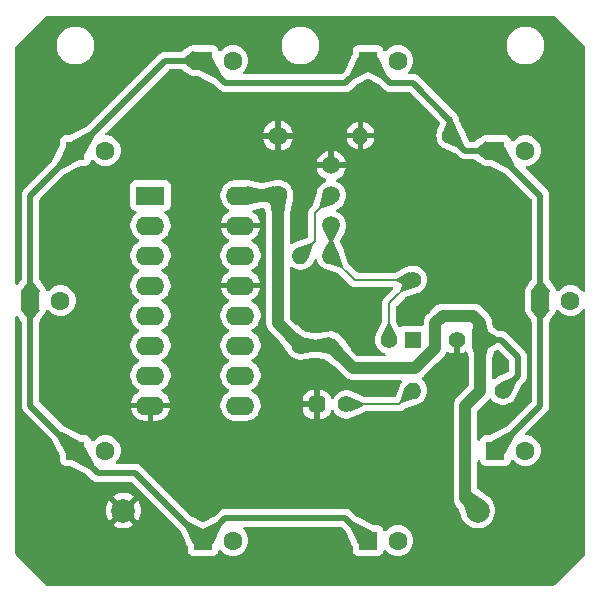
<source format=gbr>
%TF.GenerationSoftware,KiCad,Pcbnew,8.0.5*%
%TF.CreationDate,2024-11-23T09:58:24+09:00*%
%TF.ProjectId,voice4017,766f6963-6534-4303-9137-2e6b69636164,rev?*%
%TF.SameCoordinates,Original*%
%TF.FileFunction,Copper,L1,Top*%
%TF.FilePolarity,Positive*%
%FSLAX46Y46*%
G04 Gerber Fmt 4.6, Leading zero omitted, Abs format (unit mm)*
G04 Created by KiCad (PCBNEW 8.0.5) date 2024-11-23 09:58:24*
%MOMM*%
%LPD*%
G01*
G04 APERTURE LIST*
G04 Aperture macros list*
%AMRoundRect*
0 Rectangle with rounded corners*
0 $1 Rounding radius*
0 $2 $3 $4 $5 $6 $7 $8 $9 X,Y pos of 4 corners*
0 Add a 4 corners polygon primitive as box body*
4,1,4,$2,$3,$4,$5,$6,$7,$8,$9,$2,$3,0*
0 Add four circle primitives for the rounded corners*
1,1,$1+$1,$2,$3*
1,1,$1+$1,$4,$5*
1,1,$1+$1,$6,$7*
1,1,$1+$1,$8,$9*
0 Add four rect primitives between the rounded corners*
20,1,$1+$1,$2,$3,$4,$5,0*
20,1,$1+$1,$4,$5,$6,$7,0*
20,1,$1+$1,$6,$7,$8,$9,0*
20,1,$1+$1,$8,$9,$2,$3,0*%
G04 Aperture macros list end*
%TA.AperFunction,ComponentPad*%
%ADD10R,1.600000X1.600000*%
%TD*%
%TA.AperFunction,ComponentPad*%
%ADD11C,1.600000*%
%TD*%
%TA.AperFunction,ComponentPad*%
%ADD12C,1.400000*%
%TD*%
%TA.AperFunction,ComponentPad*%
%ADD13C,1.500000*%
%TD*%
%TA.AperFunction,ComponentPad*%
%ADD14RoundRect,0.350000X-0.350000X-0.350000X0.350000X-0.350000X0.350000X0.350000X-0.350000X0.350000X0*%
%TD*%
%TA.AperFunction,ComponentPad*%
%ADD15C,2.000000*%
%TD*%
%TA.AperFunction,ComponentPad*%
%ADD16R,1.400000X1.400000*%
%TD*%
%TA.AperFunction,ComponentPad*%
%ADD17O,1.400000X1.400000*%
%TD*%
%TA.AperFunction,ComponentPad*%
%ADD18R,2.400000X1.600000*%
%TD*%
%TA.AperFunction,ComponentPad*%
%ADD19O,2.400000X1.600000*%
%TD*%
%TA.AperFunction,ViaPad*%
%ADD20C,0.600000*%
%TD*%
%TA.AperFunction,Conductor*%
%ADD21C,1.000000*%
%TD*%
%TA.AperFunction,Conductor*%
%ADD22C,0.200000*%
%TD*%
%TA.AperFunction,Conductor*%
%ADD23C,0.500000*%
%TD*%
G04 APERTURE END LIST*
D10*
%TO.P,D10,1,K*%
%TO.N,Net-(D1-K)*%
X129540000Y-76200000D03*
D11*
%TO.P,D10,2,A*%
%TO.N,Net-(D10-A)*%
X132080000Y-76200000D03*
%TD*%
D10*
%TO.P,D9,1,K*%
%TO.N,Net-(D1-K)*%
X133350000Y-88900000D03*
D11*
%TO.P,D9,2,A*%
%TO.N,Net-(D9-A)*%
X135890000Y-88900000D03*
%TD*%
D10*
%TO.P,D8,1,K*%
%TO.N,Net-(D1-K)*%
X144145000Y-96520000D03*
D11*
%TO.P,D8,2,A*%
%TO.N,Net-(D8-A)*%
X146685000Y-96520000D03*
%TD*%
D10*
%TO.P,D7,1,K*%
%TO.N,Net-(D1-K)*%
X158110000Y-96520000D03*
D11*
%TO.P,D7,2,A*%
%TO.N,Net-(D7-A)*%
X160650000Y-96520000D03*
%TD*%
D10*
%TO.P,D6,1,K*%
%TO.N,Net-(D1-K)*%
X168910000Y-88900000D03*
D11*
%TO.P,D6,2,A*%
%TO.N,Net-(D6-A)*%
X171450000Y-88900000D03*
%TD*%
D10*
%TO.P,D5,1,K*%
%TO.N,Net-(D1-K)*%
X172720000Y-76200000D03*
D11*
%TO.P,D5,2,A*%
%TO.N,Net-(D5-A)*%
X175260000Y-76200000D03*
%TD*%
D10*
%TO.P,D4,1,K*%
%TO.N,Net-(D1-K)*%
X168910000Y-63500000D03*
D11*
%TO.P,D4,2,A*%
%TO.N,Net-(D4-A)*%
X171450000Y-63500000D03*
%TD*%
D10*
%TO.P,D3,1,K*%
%TO.N,Net-(D1-K)*%
X158115000Y-55880000D03*
D11*
%TO.P,D3,2,A*%
%TO.N,Net-(D3-A)*%
X160655000Y-55880000D03*
%TD*%
D10*
%TO.P,D2,1,K*%
%TO.N,Net-(D1-K)*%
X144140000Y-55880000D03*
D11*
%TO.P,D2,2,A*%
%TO.N,Net-(D2-A)*%
X146680000Y-55880000D03*
%TD*%
D10*
%TO.P,D1,1,K*%
%TO.N,Net-(D1-K)*%
X133350000Y-63500000D03*
D11*
%TO.P,D1,2,A*%
%TO.N,Net-(D1-A)*%
X135890000Y-63500000D03*
%TD*%
D12*
%TO.P,,2*%
%TO.N,Net-(Q1-B)*%
X161897500Y-74447500D03*
%TD*%
D13*
%TO.P,Q1,1,E*%
%TO.N,GND*%
X154998000Y-64760000D03*
%TO.P,Q1,2,C*%
%TO.N,Net-(Q1-C)*%
X154998000Y-67300000D03*
%TO.P,Q1,3,B*%
%TO.N,Net-(Q1-B)*%
X154998000Y-69840000D03*
%TD*%
D14*
%TO.P,U2,1,-*%
%TO.N,GND*%
X153790000Y-84995000D03*
D12*
%TO.P,U2,2,+*%
%TO.N,Net-(U2-+)*%
X156290000Y-84995000D03*
%TD*%
D15*
%TO.P,J1,1,1*%
%TO.N,VCC*%
X167400000Y-93980000D03*
%TD*%
D11*
%TO.P,C3,1*%
%TO.N,VCC*%
X150495000Y-67270000D03*
%TO.P,C3,2*%
%TO.N,GND*%
X150495000Y-62270000D03*
%TD*%
D16*
%TO.P,C2,1*%
%TO.N,Net-(U2-+)*%
X161897500Y-79527500D03*
D12*
%TO.P,C2,2*%
%TO.N,Net-(Q1-B)*%
X159897500Y-79527500D03*
%TD*%
%TO.P,R4,1*%
%TO.N,Net-(D1-K)*%
X165100000Y-62230000D03*
D17*
%TO.P,R4,2*%
%TO.N,GND*%
X157480000Y-62230000D03*
%TD*%
D12*
%TO.P,R1,1*%
%TO.N,VCC*%
X169545000Y-83820000D03*
D17*
%TO.P,R1,2*%
%TO.N,Net-(U2-+)*%
X161925000Y-83820000D03*
%TD*%
D18*
%TO.P,U1,1,Q5*%
%TO.N,Net-(D3-A)*%
X139700000Y-67310000D03*
D19*
%TO.P,U1,2,Q1*%
%TO.N,Net-(D2-A)*%
X139700000Y-69850000D03*
%TO.P,U1,3,Q0*%
%TO.N,Net-(D1-A)*%
X139700000Y-72390000D03*
%TO.P,U1,4,Q2*%
%TO.N,Net-(D10-A)*%
X139700000Y-74930000D03*
%TO.P,U1,5,Q6*%
%TO.N,Net-(D9-A)*%
X139700000Y-77470000D03*
%TO.P,U1,6,Q7*%
%TO.N,Net-(D8-A)*%
X139700000Y-80010000D03*
%TO.P,U1,7,Q3*%
%TO.N,Net-(D7-A)*%
X139700000Y-82550000D03*
%TO.P,U1,8,VSS*%
%TO.N,GND*%
X139700000Y-85090000D03*
%TO.P,U1,9,Q8*%
%TO.N,Net-(D6-A)*%
X147320000Y-85090000D03*
%TO.P,U1,10,Q4*%
%TO.N,Net-(D5-A)*%
X147320000Y-82550000D03*
%TO.P,U1,11,Q9*%
%TO.N,Net-(D4-A)*%
X147320000Y-80010000D03*
%TO.P,U1,12,Cout*%
%TO.N,unconnected-(U1-Cout-Pad12)*%
X147320000Y-77470000D03*
%TO.P,U1,13,CKEN*%
%TO.N,GND*%
X147320000Y-74930000D03*
%TO.P,U1,14,CLK*%
%TO.N,Net-(Q1-C)*%
X147320000Y-72390000D03*
%TO.P,U1,15,Reset*%
%TO.N,GND*%
X147320000Y-69850000D03*
%TO.P,U1,16,VDD*%
%TO.N,VCC*%
X147320000Y-67310000D03*
%TD*%
D12*
%TO.P,R2,1*%
%TO.N,VCC*%
X154940000Y-80010000D03*
D17*
%TO.P,R2,2*%
%TO.N,Net-(Q1-B)*%
X154940000Y-72390000D03*
%TD*%
D15*
%TO.P,J2,1,1*%
%TO.N,GND*%
X137400000Y-93980000D03*
%TD*%
D16*
%TO.P,C1,1*%
%TO.N,VCC*%
X167612500Y-79527500D03*
D12*
%TO.P,C1,2*%
%TO.N,GND*%
X165612500Y-79527500D03*
%TD*%
%TO.P,R3,1*%
%TO.N,VCC*%
X152400000Y-80010000D03*
D17*
%TO.P,R3,2*%
%TO.N,Net-(Q1-C)*%
X152400000Y-72390000D03*
%TD*%
D20*
%TO.N,GND*%
X153035000Y-76200000D03*
X149860000Y-80010000D03*
X160655000Y-68580000D03*
X167640000Y-53340000D03*
X132080000Y-83820000D03*
X160655000Y-59055000D03*
X164465000Y-87630000D03*
X141605000Y-63500000D03*
X154305000Y-78105000D03*
X169545000Y-81915000D03*
X152400000Y-96520000D03*
X129540000Y-88900000D03*
X152400000Y-69850000D03*
X143510000Y-81280000D03*
X143510000Y-68580000D03*
X170815000Y-99060000D03*
X167640000Y-66675000D03*
X175260000Y-88900000D03*
X161290000Y-78105000D03*
X168910000Y-86995000D03*
X137160000Y-76835000D03*
X158750000Y-91440000D03*
X166370000Y-59690000D03*
X165100000Y-83820000D03*
X133985000Y-99060000D03*
X158750000Y-88900000D03*
X137160000Y-53340000D03*
X147320000Y-92710000D03*
X158115000Y-75565000D03*
X153670000Y-73660000D03*
X175260000Y-63500000D03*
X152400000Y-91440000D03*
X151130000Y-82550000D03*
X157480000Y-93980000D03*
X147320000Y-87630000D03*
X164465000Y-91440000D03*
X155575000Y-59055000D03*
X160655000Y-71120000D03*
X137160000Y-73025000D03*
X147320000Y-59055000D03*
X156845000Y-71120000D03*
X132080000Y-68580000D03*
X129540000Y-63500000D03*
X139700000Y-59690000D03*
X158115000Y-80010000D03*
X141605000Y-89535000D03*
X173990000Y-82550000D03*
X169545000Y-78105000D03*
X170180000Y-68580000D03*
X163830000Y-75565000D03*
%TD*%
D21*
%TO.N,VCC*%
X167400000Y-93980000D02*
X166370000Y-92950000D01*
X166370000Y-92950000D02*
X166370000Y-85090000D01*
X166370000Y-85090000D02*
X167640000Y-83820000D01*
X167640000Y-83820000D02*
X167640000Y-79555000D01*
X167640000Y-79555000D02*
X167612500Y-79527500D01*
D22*
%TO.N,Net-(Q1-B)*%
X154940000Y-72390000D02*
X156997500Y-74447500D01*
X156997500Y-74447500D02*
X161897500Y-74447500D01*
X159897500Y-79527500D02*
X159897500Y-76447500D01*
X159897500Y-76447500D02*
X161897500Y-74447500D01*
D23*
%TO.N,Net-(D1-K)*%
X158115000Y-55880000D02*
X160020000Y-57785000D01*
X160020000Y-57785000D02*
X161925000Y-57785000D01*
X165100000Y-60960000D02*
X165100000Y-62230000D01*
X161925000Y-57785000D02*
X165100000Y-60960000D01*
X166370000Y-63500000D02*
X168910000Y-63500000D01*
X165100000Y-62230000D02*
X166370000Y-63500000D01*
%TO.N,VCC*%
X169545000Y-83820000D02*
X170815000Y-82550000D01*
X170815000Y-82550000D02*
X170815000Y-80962500D01*
X170815000Y-80962500D02*
X169392500Y-79540000D01*
X169392500Y-79540000D02*
X169392500Y-79527500D01*
X169392500Y-79527500D02*
X167612500Y-79527500D01*
D21*
X167612500Y-79527500D02*
X167612500Y-78077500D01*
X167612500Y-78077500D02*
X167005000Y-77470000D01*
X167005000Y-77470000D02*
X164465000Y-77470000D01*
X164465000Y-77470000D02*
X163830000Y-78105000D01*
X163830000Y-78105000D02*
X163830000Y-80195000D01*
X163830000Y-80195000D02*
X163197500Y-80827500D01*
D22*
X149900000Y-67270000D02*
X149860000Y-67310000D01*
X150495000Y-67270000D02*
X149900000Y-67270000D01*
D21*
X150495000Y-78105000D02*
X150495000Y-67270000D01*
X154940000Y-80010000D02*
X152400000Y-80010000D01*
X156845000Y-81915000D02*
X154940000Y-80010000D01*
X162110000Y-81915000D02*
X156845000Y-81915000D01*
X152400000Y-80010000D02*
X150495000Y-78105000D01*
X149860000Y-67310000D02*
X147320000Y-67310000D01*
X163197500Y-80827500D02*
X162110000Y-81915000D01*
D22*
%TO.N,Net-(U2-+)*%
X161925000Y-83820000D02*
X160750000Y-84995000D01*
X160750000Y-84995000D02*
X156290000Y-84995000D01*
%TO.N,Net-(Q1-B)*%
X154998000Y-72332000D02*
X154940000Y-72390000D01*
X154998000Y-69840000D02*
X154998000Y-72332000D01*
D23*
%TO.N,Net-(D1-K)*%
X168910000Y-88900000D02*
X172720000Y-85090000D01*
X135255000Y-90805000D02*
X138430000Y-90805000D01*
X146050000Y-57785000D02*
X144145000Y-55880000D01*
D22*
X168910000Y-63500000D02*
X168910000Y-62865000D01*
D23*
X144145000Y-55880000D02*
X140970000Y-55880000D01*
X129540000Y-67310000D02*
X129540000Y-76200000D01*
X133350000Y-88900000D02*
X135255000Y-90805000D01*
X172720000Y-76200000D02*
X172720000Y-67310000D01*
X129540000Y-85090000D02*
X133350000Y-88900000D01*
X129540000Y-76200000D02*
X129540000Y-85090000D01*
X133350000Y-63500000D02*
X129540000Y-67310000D01*
X146050000Y-94615000D02*
X156210000Y-94615000D01*
X172720000Y-67310000D02*
X168910000Y-63500000D01*
X144145000Y-96520000D02*
X146050000Y-94615000D01*
X158115000Y-55880000D02*
X156210000Y-57785000D01*
X156210000Y-94615000D02*
X158115000Y-96520000D01*
X156210000Y-57785000D02*
X146050000Y-57785000D01*
X138430000Y-90805000D02*
X144145000Y-96520000D01*
X140970000Y-55880000D02*
X133350000Y-63500000D01*
X172720000Y-85090000D02*
X172720000Y-76200000D01*
D22*
%TO.N,Net-(Q1-C)*%
X153670000Y-68755000D02*
X155125000Y-67300000D01*
X152400000Y-72390000D02*
X153670000Y-71120000D01*
X153670000Y-71120000D02*
X153670000Y-68755000D01*
%TD*%
%TA.AperFunction,Conductor*%
%TO.N,GND*%
G36*
X142404250Y-56650185D02*
G01*
X142407451Y-56652312D01*
X143043562Y-57089639D01*
X143043580Y-57089652D01*
X143043611Y-57089673D01*
X143045645Y-57091071D01*
X143051964Y-57095345D01*
X143061972Y-57100109D01*
X143082988Y-57112806D01*
X143097669Y-57123796D01*
X143157556Y-57146131D01*
X143167495Y-57150342D01*
X143181875Y-57157188D01*
X143188496Y-57159247D01*
X143193769Y-57160539D01*
X143207590Y-57164794D01*
X143232511Y-57174089D01*
X143232517Y-57174091D01*
X143292127Y-57180500D01*
X143654491Y-57180499D01*
X143708635Y-57192944D01*
X144356559Y-57507419D01*
X145026596Y-57832627D01*
X145060132Y-57856500D01*
X145571586Y-58367954D01*
X145601058Y-58387645D01*
X145645270Y-58417186D01*
X145694505Y-58450084D01*
X145694506Y-58450084D01*
X145694507Y-58450085D01*
X145694509Y-58450086D01*
X145831082Y-58506656D01*
X145831087Y-58506658D01*
X145831091Y-58506658D01*
X145831092Y-58506659D01*
X145976079Y-58535500D01*
X145976082Y-58535500D01*
X156283920Y-58535500D01*
X156381462Y-58516096D01*
X156428913Y-58506658D01*
X156565495Y-58450084D01*
X156614729Y-58417186D01*
X156614734Y-58417183D01*
X156639071Y-58400921D01*
X156688416Y-58367952D01*
X157195348Y-57861018D01*
X157228605Y-57837283D01*
X158060584Y-57430967D01*
X158129460Y-57419236D01*
X158169415Y-57430968D01*
X159001391Y-57837282D01*
X159034654Y-57861022D01*
X159541586Y-58367954D01*
X159571058Y-58387645D01*
X159615270Y-58417186D01*
X159664505Y-58450084D01*
X159664506Y-58450084D01*
X159664507Y-58450085D01*
X159664509Y-58450086D01*
X159801082Y-58506656D01*
X159801087Y-58506658D01*
X159801091Y-58506658D01*
X159801092Y-58506659D01*
X159946079Y-58535500D01*
X159946082Y-58535500D01*
X159946083Y-58535500D01*
X160093918Y-58535500D01*
X161562770Y-58535500D01*
X161629809Y-58555185D01*
X161650451Y-58571819D01*
X164179076Y-61100444D01*
X164212561Y-61161767D01*
X164207577Y-61231459D01*
X164206041Y-61235372D01*
X163990363Y-61758722D01*
X163985212Y-61773376D01*
X163979237Y-61787508D01*
X163975774Y-61794463D01*
X163975768Y-61794479D01*
X163914885Y-62008461D01*
X163914884Y-62008464D01*
X163894357Y-62229999D01*
X163894357Y-62230000D01*
X163914884Y-62451535D01*
X163914885Y-62451537D01*
X163975769Y-62665523D01*
X163975775Y-62665538D01*
X164074938Y-62864683D01*
X164074943Y-62864691D01*
X164209020Y-63042238D01*
X164373437Y-63192123D01*
X164373439Y-63192125D01*
X164481632Y-63259114D01*
X164562599Y-63309247D01*
X164594541Y-63321621D01*
X164618855Y-63334290D01*
X164622957Y-63337044D01*
X165611159Y-63812391D01*
X165645087Y-63836454D01*
X165891580Y-64082948D01*
X165891584Y-64082951D01*
X166014498Y-64165080D01*
X166014511Y-64165087D01*
X166151082Y-64221656D01*
X166151087Y-64221658D01*
X166151091Y-64221658D01*
X166151092Y-64221659D01*
X166296079Y-64250500D01*
X166296082Y-64250500D01*
X166443917Y-64250500D01*
X167107211Y-64250500D01*
X167174250Y-64270185D01*
X167177451Y-64272312D01*
X167813562Y-64709639D01*
X167813580Y-64709652D01*
X167813611Y-64709673D01*
X167815645Y-64711071D01*
X167821964Y-64715345D01*
X167831972Y-64720109D01*
X167852988Y-64732806D01*
X167867669Y-64743796D01*
X167927556Y-64766131D01*
X167937495Y-64770342D01*
X167951875Y-64777188D01*
X167958496Y-64779247D01*
X167963769Y-64780539D01*
X167977590Y-64784794D01*
X168002511Y-64794089D01*
X168002517Y-64794091D01*
X168062127Y-64800500D01*
X168422889Y-64800499D01*
X168477304Y-64813076D01*
X169796391Y-65457282D01*
X169829654Y-65481022D01*
X171933181Y-67584548D01*
X171966666Y-67645871D01*
X171969500Y-67672229D01*
X171969500Y-74397209D01*
X171949815Y-74464248D01*
X171947681Y-74467459D01*
X171508958Y-75105601D01*
X171504611Y-75112029D01*
X171504606Y-75112038D01*
X171499859Y-75122011D01*
X171487167Y-75143023D01*
X171476204Y-75157668D01*
X171453844Y-75217616D01*
X171449636Y-75227554D01*
X171442787Y-75241948D01*
X171442783Y-75241957D01*
X171440733Y-75248554D01*
X171439449Y-75253797D01*
X171435191Y-75267628D01*
X171425909Y-75292514D01*
X171425908Y-75292516D01*
X171419501Y-75352116D01*
X171419500Y-75352135D01*
X171419500Y-77047870D01*
X171419501Y-77047872D01*
X171425909Y-77107483D01*
X171435203Y-77132403D01*
X171436928Y-77137028D01*
X171440476Y-77148103D01*
X171445143Y-77165428D01*
X171445145Y-77165432D01*
X171445146Y-77165435D01*
X171451985Y-77179258D01*
X171457022Y-77190903D01*
X171476204Y-77242331D01*
X171490003Y-77260764D01*
X171501873Y-77280079D01*
X171508955Y-77294392D01*
X171907819Y-77874557D01*
X171947681Y-77932538D01*
X171969440Y-77998934D01*
X171969500Y-78002788D01*
X171969500Y-84727769D01*
X171949815Y-84794808D01*
X171933181Y-84815450D01*
X169829659Y-86918971D01*
X169796394Y-86942712D01*
X168477300Y-87586922D01*
X168422884Y-87599500D01*
X168062130Y-87599500D01*
X168062123Y-87599501D01*
X168002516Y-87605908D01*
X167867671Y-87656202D01*
X167867664Y-87656206D01*
X167752455Y-87742452D01*
X167752452Y-87742455D01*
X167666206Y-87857664D01*
X167666202Y-87857671D01*
X167615909Y-87992515D01*
X167615177Y-87995615D01*
X167613948Y-87997771D01*
X167613198Y-87999785D01*
X167612871Y-87999663D01*
X167580604Y-88056331D01*
X167518693Y-88088717D01*
X167449102Y-88082491D01*
X167393924Y-88039628D01*
X167370678Y-87973739D01*
X167370500Y-87967100D01*
X167370500Y-85555781D01*
X167390185Y-85488742D01*
X167406815Y-85468104D01*
X168270713Y-84604205D01*
X168270720Y-84604200D01*
X168277780Y-84597139D01*
X168277782Y-84597139D01*
X168376280Y-84498641D01*
X168437603Y-84465156D01*
X168507295Y-84470140D01*
X168562915Y-84511595D01*
X168654020Y-84632238D01*
X168818437Y-84782123D01*
X168818439Y-84782125D01*
X169007595Y-84899245D01*
X169007596Y-84899245D01*
X169007599Y-84899247D01*
X169215060Y-84979618D01*
X169433757Y-85020500D01*
X169433759Y-85020500D01*
X169656241Y-85020500D01*
X169656243Y-85020500D01*
X169874940Y-84979618D01*
X170082401Y-84899247D01*
X170271562Y-84782124D01*
X170435981Y-84632236D01*
X170570058Y-84454689D01*
X170634967Y-84324331D01*
X170643005Y-84310506D01*
X170652044Y-84297042D01*
X171127391Y-83308839D01*
X171151446Y-83274919D01*
X171397951Y-83028416D01*
X171480084Y-82905495D01*
X171536658Y-82768913D01*
X171565500Y-82623918D01*
X171565500Y-82476083D01*
X171565500Y-80888582D01*
X171565500Y-80888579D01*
X171536659Y-80743592D01*
X171536658Y-80743591D01*
X171536658Y-80743587D01*
X171480084Y-80607005D01*
X171422968Y-80521524D01*
X171422968Y-80521523D01*
X171408997Y-80500615D01*
X171397952Y-80484084D01*
X170009256Y-79095388D01*
X169993835Y-79076598D01*
X169975449Y-79049081D01*
X169870919Y-78944551D01*
X169870915Y-78944548D01*
X169748001Y-78862419D01*
X169747988Y-78862412D01*
X169611417Y-78805843D01*
X169611407Y-78805840D01*
X169466420Y-78777000D01*
X169466418Y-78777000D01*
X169205164Y-78777000D01*
X169138125Y-78757315D01*
X169138110Y-78757306D01*
X168785515Y-78530637D01*
X168739767Y-78477827D01*
X168733340Y-78460396D01*
X168617771Y-78055900D01*
X168613000Y-78021835D01*
X168613000Y-77978956D01*
X168612999Y-77978954D01*
X168574553Y-77785673D01*
X168574552Y-77785670D01*
X168574551Y-77785665D01*
X168569940Y-77774534D01*
X168545631Y-77715846D01*
X168499132Y-77603586D01*
X168478262Y-77572352D01*
X168389640Y-77439719D01*
X168376659Y-77426738D01*
X168250282Y-77300361D01*
X168250281Y-77300360D01*
X167789208Y-76839288D01*
X167789206Y-76839285D01*
X167789206Y-76839286D01*
X167782139Y-76832219D01*
X167782139Y-76832218D01*
X167642782Y-76692861D01*
X167642781Y-76692860D01*
X167642780Y-76692859D01*
X167478920Y-76583371D01*
X167478907Y-76583364D01*
X167341759Y-76526557D01*
X167296834Y-76507948D01*
X167296829Y-76507946D01*
X167200188Y-76488724D01*
X167103544Y-76469500D01*
X167103541Y-76469500D01*
X164569675Y-76469500D01*
X164569655Y-76469499D01*
X164563541Y-76469499D01*
X164366460Y-76469499D01*
X164366457Y-76469499D01*
X164173172Y-76507946D01*
X164173164Y-76507948D01*
X163991088Y-76583366D01*
X163991079Y-76583371D01*
X163827219Y-76692859D01*
X163827215Y-76692862D01*
X163347595Y-77172484D01*
X163192220Y-77327859D01*
X163192218Y-77327861D01*
X163152431Y-77367648D01*
X163052859Y-77467219D01*
X162943371Y-77631080D01*
X162943364Y-77631093D01*
X162908260Y-77715845D01*
X162908260Y-77715846D01*
X162867949Y-77813163D01*
X162867947Y-77813170D01*
X162855737Y-77874557D01*
X162855737Y-77874558D01*
X162829500Y-78006456D01*
X162829500Y-78208750D01*
X162809815Y-78275789D01*
X162757011Y-78321544D01*
X162692246Y-78332039D01*
X162645373Y-78327000D01*
X162645364Y-78327000D01*
X161149629Y-78327000D01*
X161149623Y-78327001D01*
X161090016Y-78333408D01*
X160955171Y-78383702D01*
X160955168Y-78383704D01*
X160875468Y-78443368D01*
X160810004Y-78467785D01*
X160741731Y-78452933D01*
X160692325Y-78403528D01*
X160689495Y-78398024D01*
X160510338Y-78027030D01*
X160498000Y-77973107D01*
X160498000Y-76747596D01*
X160517685Y-76680557D01*
X160534315Y-76659919D01*
X161222998Y-75971235D01*
X161269848Y-75941832D01*
X162320133Y-75575603D01*
X162333811Y-75570611D01*
X162334422Y-75570378D01*
X162395533Y-75542249D01*
X162402565Y-75539273D01*
X162434896Y-75526749D01*
X162434896Y-75526748D01*
X162434901Y-75526747D01*
X162624062Y-75409624D01*
X162788481Y-75259736D01*
X162922558Y-75082189D01*
X163021729Y-74883028D01*
X163082615Y-74669036D01*
X163103143Y-74447500D01*
X163082615Y-74225964D01*
X163021729Y-74011972D01*
X162985103Y-73938417D01*
X162922561Y-73812816D01*
X162922556Y-73812808D01*
X162788479Y-73635261D01*
X162624062Y-73485376D01*
X162624060Y-73485374D01*
X162434904Y-73368254D01*
X162434898Y-73368252D01*
X162227440Y-73287882D01*
X162008743Y-73247000D01*
X161786257Y-73247000D01*
X161567560Y-73287882D01*
X161567555Y-73287883D01*
X161435748Y-73338945D01*
X161428441Y-73341516D01*
X161398664Y-73350959D01*
X161398651Y-73350964D01*
X161378504Y-73360693D01*
X161369391Y-73364651D01*
X161360110Y-73368247D01*
X161360094Y-73368255D01*
X161355855Y-73370880D01*
X161344504Y-73377113D01*
X160397029Y-73834662D01*
X160343106Y-73847000D01*
X157297597Y-73847000D01*
X157230558Y-73827315D01*
X157209916Y-73810681D01*
X156463738Y-73064503D01*
X156434333Y-73017649D01*
X156367340Y-72825525D01*
X156068172Y-71967565D01*
X156065991Y-71960667D01*
X156064229Y-71954473D01*
X156064229Y-71954472D01*
X156055681Y-71937306D01*
X156054065Y-71933933D01*
X156053472Y-71932644D01*
X156046572Y-71913725D01*
X156045309Y-71909136D01*
X156045308Y-71909132D01*
X155755672Y-71245020D01*
X155746916Y-71175702D01*
X155757930Y-71140996D01*
X156139591Y-70360185D01*
X156145933Y-70346713D01*
X156146004Y-70346555D01*
X156146224Y-70346070D01*
X156161952Y-70303771D01*
X156165774Y-70294635D01*
X156177575Y-70269330D01*
X156234207Y-70057977D01*
X156253277Y-69840000D01*
X156234207Y-69622023D01*
X156195418Y-69477259D01*
X156177577Y-69410677D01*
X156177576Y-69410676D01*
X156177575Y-69410670D01*
X156085102Y-69212362D01*
X156085100Y-69212359D01*
X156085099Y-69212357D01*
X155959599Y-69033124D01*
X155929256Y-69002781D01*
X155804877Y-68878402D01*
X155625639Y-68752898D01*
X155625640Y-68752898D01*
X155625638Y-68752897D01*
X155477982Y-68684044D01*
X155425543Y-68637871D01*
X155406391Y-68570678D01*
X155426607Y-68503797D01*
X155477229Y-68459634D01*
X155515877Y-68441297D01*
X155516398Y-68440907D01*
X155538184Y-68427881D01*
X155625639Y-68387102D01*
X155804877Y-68261598D01*
X155959598Y-68106877D01*
X156085102Y-67927639D01*
X156177575Y-67729330D01*
X156234207Y-67517977D01*
X156253277Y-67300000D01*
X156234207Y-67082023D01*
X156177575Y-66870670D01*
X156085102Y-66672362D01*
X156085100Y-66672359D01*
X156085099Y-66672357D01*
X155959599Y-66493124D01*
X155897333Y-66430858D01*
X155804877Y-66338402D01*
X155625639Y-66212898D01*
X155625640Y-66212898D01*
X155625638Y-66212897D01*
X155473824Y-66142105D01*
X155421385Y-66095932D01*
X155402233Y-66028739D01*
X155422449Y-65961858D01*
X155473825Y-65917341D01*
X155625384Y-65846668D01*
X155625386Y-65846667D01*
X155804554Y-65721212D01*
X155959212Y-65566554D01*
X156084666Y-65387387D01*
X156177101Y-65189159D01*
X156177105Y-65189150D01*
X156225108Y-65010000D01*
X155313686Y-65010000D01*
X155318080Y-65005606D01*
X155370741Y-64914394D01*
X155398000Y-64812661D01*
X155398000Y-64707339D01*
X155370741Y-64605606D01*
X155318080Y-64514394D01*
X155313686Y-64510000D01*
X156225108Y-64510000D01*
X156225108Y-64509999D01*
X156177105Y-64330849D01*
X156177101Y-64330840D01*
X156084666Y-64132612D01*
X156084664Y-64132608D01*
X155959216Y-63953450D01*
X155959211Y-63953444D01*
X155804554Y-63798787D01*
X155625387Y-63673333D01*
X155427159Y-63580898D01*
X155427150Y-63580894D01*
X155248000Y-63532891D01*
X155248000Y-64444314D01*
X155243606Y-64439920D01*
X155152394Y-64387259D01*
X155050661Y-64360000D01*
X154945339Y-64360000D01*
X154843606Y-64387259D01*
X154752394Y-64439920D01*
X154748000Y-64444314D01*
X154748000Y-63532892D01*
X154747999Y-63532891D01*
X154568849Y-63580894D01*
X154568840Y-63580898D01*
X154370612Y-63673333D01*
X154370608Y-63673335D01*
X154191450Y-63798783D01*
X154191444Y-63798788D01*
X154036788Y-63953444D01*
X154036783Y-63953450D01*
X153911335Y-64132608D01*
X153911333Y-64132612D01*
X153818898Y-64330840D01*
X153818894Y-64330849D01*
X153770891Y-64509999D01*
X153770892Y-64510000D01*
X154682314Y-64510000D01*
X154677920Y-64514394D01*
X154625259Y-64605606D01*
X154598000Y-64707339D01*
X154598000Y-64812661D01*
X154625259Y-64914394D01*
X154677920Y-65005606D01*
X154682314Y-65010000D01*
X153770892Y-65010000D01*
X153818894Y-65189150D01*
X153818898Y-65189159D01*
X153911333Y-65387387D01*
X154036787Y-65566554D01*
X154191445Y-65721212D01*
X154370613Y-65846667D01*
X154370615Y-65846668D01*
X154522174Y-65917341D01*
X154574614Y-65963513D01*
X154593766Y-66030706D01*
X154573551Y-66097588D01*
X154522176Y-66142105D01*
X154370358Y-66212900D01*
X154370357Y-66212900D01*
X154191121Y-66338402D01*
X154036402Y-66493121D01*
X153910900Y-66672357D01*
X153910898Y-66672361D01*
X153818426Y-66870668D01*
X153818422Y-66870677D01*
X153761595Y-67082758D01*
X153759422Y-67092452D01*
X153496432Y-68056238D01*
X153464488Y-68111276D01*
X153301286Y-68274478D01*
X153189481Y-68386282D01*
X153189475Y-68386290D01*
X153149643Y-68455283D01*
X153149643Y-68455285D01*
X153110423Y-68523214D01*
X153102229Y-68553796D01*
X153069499Y-68675943D01*
X153069499Y-68675945D01*
X153069499Y-68844046D01*
X153069500Y-68844059D01*
X153069500Y-70792987D01*
X153049815Y-70860026D01*
X152997011Y-70905781D01*
X152986328Y-70910073D01*
X151977367Y-71261895D01*
X151963328Y-71267025D01*
X151962739Y-71267250D01*
X151902020Y-71295224D01*
X151894930Y-71298227D01*
X151862600Y-71310752D01*
X151862592Y-71310756D01*
X151684777Y-71420854D01*
X151617416Y-71439409D01*
X151550717Y-71418601D01*
X151505856Y-71365036D01*
X151495500Y-71315427D01*
X151495500Y-68955174D01*
X151497624Y-68932322D01*
X151516497Y-68831669D01*
X151733693Y-67673277D01*
X151735794Y-67664039D01*
X151751563Y-67605189D01*
X151780635Y-67496692D01*
X151793916Y-67344886D01*
X151794643Y-67338493D01*
X151795715Y-67330844D01*
X151795715Y-67330838D01*
X151795913Y-67328720D01*
X151795914Y-67328713D01*
X151795911Y-67328328D01*
X151796379Y-67316728D01*
X151800468Y-67270000D01*
X151780635Y-67043308D01*
X151734377Y-66870670D01*
X151721741Y-66823511D01*
X151721738Y-66823502D01*
X151715804Y-66810776D01*
X151625568Y-66617266D01*
X151516940Y-66462128D01*
X151495045Y-66430858D01*
X151334141Y-66269954D01*
X151147734Y-66139432D01*
X151147732Y-66139431D01*
X150941497Y-66043261D01*
X150941488Y-66043258D01*
X150721697Y-65984366D01*
X150721693Y-65984365D01*
X150721692Y-65984365D01*
X150721691Y-65984364D01*
X150721686Y-65984364D01*
X150495002Y-65964532D01*
X150494998Y-65964532D01*
X150268313Y-65984364D01*
X150268303Y-65984366D01*
X150136582Y-66019660D01*
X150048504Y-66043261D01*
X150048502Y-66043261D01*
X150043280Y-66044661D01*
X150043265Y-66044606D01*
X150034668Y-66047089D01*
X149116015Y-66246483D01*
X149065483Y-66246915D01*
X147982285Y-66031097D01*
X147982282Y-66031096D01*
X147982279Y-66031096D01*
X147956844Y-66028404D01*
X147914442Y-66023918D01*
X147908093Y-66023079D01*
X147822357Y-66009500D01*
X147822352Y-66009500D01*
X146817648Y-66009500D01*
X146793329Y-66013351D01*
X146615465Y-66041522D01*
X146420776Y-66104781D01*
X146238386Y-66197715D01*
X146072786Y-66318028D01*
X145928028Y-66462786D01*
X145807715Y-66628386D01*
X145714781Y-66810776D01*
X145651522Y-67005465D01*
X145619500Y-67207648D01*
X145619500Y-67412351D01*
X145651522Y-67614534D01*
X145714781Y-67809223D01*
X145807715Y-67991613D01*
X145928028Y-68157213D01*
X146072786Y-68301971D01*
X146189964Y-68387104D01*
X146238390Y-68422287D01*
X146303148Y-68455283D01*
X146331629Y-68469795D01*
X146382425Y-68517770D01*
X146399220Y-68585591D01*
X146376682Y-68651726D01*
X146331629Y-68690765D01*
X146238650Y-68738140D01*
X146073105Y-68858417D01*
X146073104Y-68858417D01*
X145928417Y-69003104D01*
X145928417Y-69003105D01*
X145808140Y-69168650D01*
X145715244Y-69350970D01*
X145652009Y-69545586D01*
X145643391Y-69600000D01*
X147004314Y-69600000D01*
X146999920Y-69604394D01*
X146947259Y-69695606D01*
X146920000Y-69797339D01*
X146920000Y-69902661D01*
X146947259Y-70004394D01*
X146999920Y-70095606D01*
X147004314Y-70100000D01*
X145643391Y-70100000D01*
X145652009Y-70154413D01*
X145715244Y-70349029D01*
X145808140Y-70531349D01*
X145928417Y-70696894D01*
X145928417Y-70696895D01*
X146073104Y-70841582D01*
X146238652Y-70961861D01*
X146331628Y-71009234D01*
X146382425Y-71057208D01*
X146399220Y-71125029D01*
X146376683Y-71191164D01*
X146331630Y-71230203D01*
X146238388Y-71277713D01*
X146072786Y-71398028D01*
X145928028Y-71542786D01*
X145807715Y-71708386D01*
X145714781Y-71890776D01*
X145651522Y-72085465D01*
X145619500Y-72287648D01*
X145619500Y-72492351D01*
X145651522Y-72694534D01*
X145714781Y-72889223D01*
X145778691Y-73014653D01*
X145783802Y-73024683D01*
X145807715Y-73071613D01*
X145928028Y-73237213D01*
X146072786Y-73381971D01*
X146186479Y-73464572D01*
X146238390Y-73502287D01*
X146310424Y-73538990D01*
X146331629Y-73549795D01*
X146382425Y-73597770D01*
X146399220Y-73665591D01*
X146376682Y-73731726D01*
X146331629Y-73770765D01*
X146238650Y-73818140D01*
X146073105Y-73938417D01*
X146073104Y-73938417D01*
X145928417Y-74083104D01*
X145928417Y-74083105D01*
X145808140Y-74248650D01*
X145715244Y-74430970D01*
X145652009Y-74625586D01*
X145643391Y-74680000D01*
X147004314Y-74680000D01*
X146999920Y-74684394D01*
X146947259Y-74775606D01*
X146920000Y-74877339D01*
X146920000Y-74982661D01*
X146947259Y-75084394D01*
X146999920Y-75175606D01*
X147004314Y-75180000D01*
X145643391Y-75180000D01*
X145652009Y-75234413D01*
X145715244Y-75429029D01*
X145808140Y-75611349D01*
X145928417Y-75776894D01*
X145928417Y-75776895D01*
X146073104Y-75921582D01*
X146238652Y-76041861D01*
X146331628Y-76089234D01*
X146382425Y-76137208D01*
X146399220Y-76205029D01*
X146376683Y-76271164D01*
X146331630Y-76310203D01*
X146238388Y-76357713D01*
X146072786Y-76478028D01*
X145928028Y-76622786D01*
X145807715Y-76788386D01*
X145714781Y-76970776D01*
X145651522Y-77165465D01*
X145619500Y-77367648D01*
X145619500Y-77572351D01*
X145651522Y-77774529D01*
X145651522Y-77774534D01*
X145714781Y-77969223D01*
X145807715Y-78151613D01*
X145928028Y-78317213D01*
X146072786Y-78461971D01*
X146227749Y-78574556D01*
X146238390Y-78582287D01*
X146329840Y-78628883D01*
X146331080Y-78629515D01*
X146381876Y-78677490D01*
X146398671Y-78745311D01*
X146376134Y-78811446D01*
X146331080Y-78850485D01*
X146238386Y-78897715D01*
X146072786Y-79018028D01*
X145928028Y-79162786D01*
X145807715Y-79328386D01*
X145714781Y-79510776D01*
X145651522Y-79705465D01*
X145619500Y-79907648D01*
X145619500Y-80112351D01*
X145651522Y-80314534D01*
X145714781Y-80509223D01*
X145764606Y-80607008D01*
X145805424Y-80687118D01*
X145807715Y-80691613D01*
X145928028Y-80857213D01*
X146072786Y-81001971D01*
X146192911Y-81089245D01*
X146238390Y-81122287D01*
X146298660Y-81152996D01*
X146331080Y-81169515D01*
X146381876Y-81217490D01*
X146398671Y-81285311D01*
X146376134Y-81351446D01*
X146331080Y-81390485D01*
X146238386Y-81437715D01*
X146072786Y-81558028D01*
X145928028Y-81702786D01*
X145807715Y-81868386D01*
X145714781Y-82050776D01*
X145651522Y-82245465D01*
X145619500Y-82447648D01*
X145619500Y-82652351D01*
X145651522Y-82854534D01*
X145714781Y-83049223D01*
X145747903Y-83114227D01*
X145784122Y-83185311D01*
X145807715Y-83231613D01*
X145928028Y-83397213D01*
X146072786Y-83541971D01*
X146150544Y-83598464D01*
X146238390Y-83662287D01*
X146329840Y-83708883D01*
X146331080Y-83709515D01*
X146381876Y-83757490D01*
X146398671Y-83825311D01*
X146376134Y-83891446D01*
X146331080Y-83930485D01*
X146238386Y-83977715D01*
X146072786Y-84098028D01*
X145928028Y-84242786D01*
X145807715Y-84408386D01*
X145714781Y-84590776D01*
X145651522Y-84785465D01*
X145619500Y-84987648D01*
X145619500Y-85192351D01*
X145651522Y-85394534D01*
X145714781Y-85589223D01*
X145807715Y-85771613D01*
X145928028Y-85937213D01*
X146072786Y-86081971D01*
X146224484Y-86192184D01*
X146238390Y-86202287D01*
X146354607Y-86261503D01*
X146420776Y-86295218D01*
X146420778Y-86295218D01*
X146420781Y-86295220D01*
X146525137Y-86329127D01*
X146615465Y-86358477D01*
X146716557Y-86374488D01*
X146817648Y-86390500D01*
X146817649Y-86390500D01*
X147822351Y-86390500D01*
X147822352Y-86390500D01*
X148024534Y-86358477D01*
X148219219Y-86295220D01*
X148401610Y-86202287D01*
X148537507Y-86103553D01*
X148567213Y-86081971D01*
X148567215Y-86081968D01*
X148567219Y-86081966D01*
X148711966Y-85937219D01*
X148711968Y-85937215D01*
X148711971Y-85937213D01*
X148764732Y-85864590D01*
X148832287Y-85771610D01*
X148925220Y-85589219D01*
X148980554Y-85418917D01*
X152590001Y-85418917D01*
X152592814Y-85460423D01*
X152592814Y-85460425D01*
X152637435Y-85639849D01*
X152719581Y-85805481D01*
X152835414Y-85949584D01*
X152835415Y-85949585D01*
X152979518Y-86065418D01*
X153145150Y-86147564D01*
X153324568Y-86192184D01*
X153366088Y-86194999D01*
X153539999Y-86194999D01*
X153540000Y-86194998D01*
X153540000Y-85245000D01*
X152590001Y-85245000D01*
X152590001Y-85418917D01*
X148980554Y-85418917D01*
X148988477Y-85394534D01*
X149020500Y-85192352D01*
X149020500Y-84987648D01*
X149006499Y-84899249D01*
X148988477Y-84785465D01*
X148938690Y-84632238D01*
X148925220Y-84590781D01*
X148925218Y-84590778D01*
X148925218Y-84590776D01*
X148915186Y-84571088D01*
X152590000Y-84571088D01*
X152590000Y-84745000D01*
X153540000Y-84745000D01*
X153540000Y-83795000D01*
X153366088Y-83795000D01*
X153366081Y-83795001D01*
X153324576Y-83797814D01*
X153324574Y-83797814D01*
X153145150Y-83842435D01*
X152979518Y-83924581D01*
X152835415Y-84040414D01*
X152835414Y-84040415D01*
X152719581Y-84184518D01*
X152637435Y-84350150D01*
X152592815Y-84529568D01*
X152590000Y-84571088D01*
X148915186Y-84571088D01*
X148863750Y-84470140D01*
X148832287Y-84408390D01*
X148821807Y-84393965D01*
X148711971Y-84242786D01*
X148567213Y-84098028D01*
X148401614Y-83977715D01*
X148395006Y-83974348D01*
X148308917Y-83930483D01*
X148258123Y-83882511D01*
X148241328Y-83814690D01*
X148263865Y-83748555D01*
X148308917Y-83709516D01*
X148401610Y-83662287D01*
X148489456Y-83598464D01*
X148567213Y-83541971D01*
X148567215Y-83541968D01*
X148567219Y-83541966D01*
X148711966Y-83397219D01*
X148711968Y-83397215D01*
X148711971Y-83397213D01*
X148789987Y-83289831D01*
X148832287Y-83231610D01*
X148925220Y-83049219D01*
X148988477Y-82854534D01*
X149020500Y-82652352D01*
X149020500Y-82447648D01*
X148988477Y-82245466D01*
X148925220Y-82050781D01*
X148925218Y-82050778D01*
X148925218Y-82050776D01*
X148891503Y-81984607D01*
X148832287Y-81868390D01*
X148756296Y-81763796D01*
X148711971Y-81702786D01*
X148567213Y-81558028D01*
X148401614Y-81437715D01*
X148395006Y-81434348D01*
X148308917Y-81390483D01*
X148258123Y-81342511D01*
X148241328Y-81274690D01*
X148263865Y-81208555D01*
X148308917Y-81169516D01*
X148401610Y-81122287D01*
X148447089Y-81089245D01*
X148567213Y-81001971D01*
X148567215Y-81001968D01*
X148567219Y-81001966D01*
X148711966Y-80857219D01*
X148711968Y-80857215D01*
X148711971Y-80857213D01*
X148794520Y-80743592D01*
X148832287Y-80691610D01*
X148925220Y-80509219D01*
X148988477Y-80314534D01*
X149020500Y-80112352D01*
X149020500Y-79907648D01*
X148988477Y-79705466D01*
X148974547Y-79662595D01*
X148925218Y-79510776D01*
X148869538Y-79401500D01*
X148832287Y-79328390D01*
X148815992Y-79305961D01*
X148711971Y-79162786D01*
X148567213Y-79018028D01*
X148401614Y-78897715D01*
X148341338Y-78867003D01*
X148308917Y-78850483D01*
X148258123Y-78802511D01*
X148241328Y-78734690D01*
X148263865Y-78668555D01*
X148308917Y-78629516D01*
X148401610Y-78582287D01*
X148488140Y-78519420D01*
X148567213Y-78461971D01*
X148567215Y-78461968D01*
X148567219Y-78461966D01*
X148711966Y-78317219D01*
X148711968Y-78317215D01*
X148711971Y-78317213D01*
X148764732Y-78244590D01*
X148832287Y-78151610D01*
X148925220Y-77969219D01*
X148988477Y-77774534D01*
X148997773Y-77715846D01*
X149020500Y-77572351D01*
X149020500Y-77367648D01*
X148988477Y-77165465D01*
X148947432Y-77039143D01*
X148925220Y-76970781D01*
X148925218Y-76970778D01*
X148925218Y-76970776D01*
X148858221Y-76839289D01*
X148832287Y-76788390D01*
X148802649Y-76747596D01*
X148711971Y-76622786D01*
X148567213Y-76478028D01*
X148401611Y-76357713D01*
X148308369Y-76310203D01*
X148257574Y-76262229D01*
X148240779Y-76194407D01*
X148263317Y-76128273D01*
X148308371Y-76089234D01*
X148401347Y-76041861D01*
X148566894Y-75921582D01*
X148566895Y-75921582D01*
X148711582Y-75776895D01*
X148711582Y-75776894D01*
X148831859Y-75611349D01*
X148924755Y-75429029D01*
X148987990Y-75234413D01*
X148996609Y-75180000D01*
X147635686Y-75180000D01*
X147640080Y-75175606D01*
X147692741Y-75084394D01*
X147720000Y-74982661D01*
X147720000Y-74877339D01*
X147692741Y-74775606D01*
X147640080Y-74684394D01*
X147635686Y-74680000D01*
X148996609Y-74680000D01*
X148987990Y-74625586D01*
X148924755Y-74430970D01*
X148831859Y-74248650D01*
X148711582Y-74083105D01*
X148711582Y-74083104D01*
X148566895Y-73938417D01*
X148401349Y-73818140D01*
X148308370Y-73770765D01*
X148257574Y-73722790D01*
X148240779Y-73654969D01*
X148263316Y-73588835D01*
X148308370Y-73549795D01*
X148401610Y-73502287D01*
X148545793Y-73397533D01*
X148567213Y-73381971D01*
X148567215Y-73381968D01*
X148567219Y-73381966D01*
X148711966Y-73237219D01*
X148711968Y-73237215D01*
X148711971Y-73237213D01*
X148764732Y-73164590D01*
X148832287Y-73071610D01*
X148925220Y-72889219D01*
X148988477Y-72694534D01*
X149020500Y-72492352D01*
X149020500Y-72287648D01*
X148988477Y-72085466D01*
X148925220Y-71890781D01*
X148925218Y-71890778D01*
X148925218Y-71890776D01*
X148851750Y-71746589D01*
X148832287Y-71708390D01*
X148814457Y-71683849D01*
X148711971Y-71542786D01*
X148567213Y-71398028D01*
X148401611Y-71277713D01*
X148308369Y-71230203D01*
X148257574Y-71182229D01*
X148240779Y-71114407D01*
X148263317Y-71048273D01*
X148308371Y-71009234D01*
X148401347Y-70961861D01*
X148566894Y-70841582D01*
X148566895Y-70841582D01*
X148711582Y-70696895D01*
X148711582Y-70696894D01*
X148831859Y-70531349D01*
X148924755Y-70349029D01*
X148987990Y-70154413D01*
X148996609Y-70100000D01*
X147635686Y-70100000D01*
X147640080Y-70095606D01*
X147692741Y-70004394D01*
X147720000Y-69902661D01*
X147720000Y-69797339D01*
X147692741Y-69695606D01*
X147640080Y-69604394D01*
X147635686Y-69600000D01*
X148996609Y-69600000D01*
X148987990Y-69545586D01*
X148924755Y-69350970D01*
X148831859Y-69168650D01*
X148711582Y-69003105D01*
X148711582Y-69003104D01*
X148566895Y-68858417D01*
X148401348Y-68738139D01*
X148391429Y-68733085D01*
X148340635Y-68685108D01*
X148323842Y-68617287D01*
X148346382Y-68551153D01*
X148401099Y-68507703D01*
X148423486Y-68500995D01*
X149110596Y-68364093D01*
X149154801Y-68363325D01*
X149307124Y-68388201D01*
X149370115Y-68418434D01*
X149406760Y-68477922D01*
X149409014Y-68487728D01*
X149492376Y-68932323D01*
X149494500Y-68955175D01*
X149494500Y-78203544D01*
X149531652Y-78390318D01*
X149532947Y-78396830D01*
X149532949Y-78396836D01*
X149608364Y-78578907D01*
X149608371Y-78578920D01*
X149717860Y-78742781D01*
X149717863Y-78742785D01*
X149861537Y-78886459D01*
X149861559Y-78886479D01*
X150646201Y-79671121D01*
X150657720Y-79684402D01*
X151362258Y-80623787D01*
X151374050Y-80642900D01*
X151374936Y-80644678D01*
X151374943Y-80644690D01*
X151509012Y-80822228D01*
X151509019Y-80822236D01*
X151553404Y-80862697D01*
X151555999Y-80865134D01*
X151580252Y-80888574D01*
X151580257Y-80888577D01*
X151585489Y-80892576D01*
X151593727Y-80899458D01*
X151673437Y-80972123D01*
X151673439Y-80972125D01*
X151862595Y-81089245D01*
X151862596Y-81089245D01*
X151862599Y-81089247D01*
X152070060Y-81169618D01*
X152288757Y-81210500D01*
X152288759Y-81210500D01*
X152511242Y-81210500D01*
X152511243Y-81210500D01*
X152639348Y-81186551D01*
X152644498Y-81185702D01*
X153652464Y-81041708D01*
X153687534Y-81041708D01*
X154435106Y-81148503D01*
X154491968Y-81172056D01*
X154642974Y-81285311D01*
X155265595Y-81752277D01*
X155278876Y-81763796D01*
X156064735Y-82549655D01*
X156064764Y-82549686D01*
X156207217Y-82692139D01*
X156322124Y-82768917D01*
X156371086Y-82801632D01*
X156371088Y-82801633D01*
X156371092Y-82801635D01*
X156430825Y-82826376D01*
X156498804Y-82854534D01*
X156553164Y-82877051D01*
X156649812Y-82896275D01*
X156696127Y-82905488D01*
X156746458Y-82915500D01*
X156746459Y-82915500D01*
X156746460Y-82915500D01*
X156943540Y-82915500D01*
X160854668Y-82915500D01*
X160921707Y-82935185D01*
X160967462Y-82987989D01*
X160977406Y-83057147D01*
X160953622Y-83114227D01*
X160899943Y-83185308D01*
X160899936Y-83185320D01*
X160800770Y-83384472D01*
X160800770Y-83384473D01*
X160799002Y-83390685D01*
X160796826Y-83397562D01*
X160478200Y-84311327D01*
X160437540Y-84368148D01*
X160372615Y-84393965D01*
X160361114Y-84394500D01*
X157844393Y-84394500D01*
X157790470Y-84382162D01*
X157082789Y-84040414D01*
X156842999Y-83924616D01*
X156831653Y-83918386D01*
X156827401Y-83915753D01*
X156827395Y-83915750D01*
X156827392Y-83915749D01*
X156818113Y-83912155D01*
X156808986Y-83908191D01*
X156802211Y-83904919D01*
X156788849Y-83898466D01*
X156783877Y-83896153D01*
X156775547Y-83892278D01*
X156774955Y-83892013D01*
X156711489Y-83868565D01*
X156711488Y-83868564D01*
X156711483Y-83868563D01*
X156705187Y-83866962D01*
X156705323Y-83866424D01*
X156688980Y-83862127D01*
X156619945Y-83835383D01*
X156566065Y-83825311D01*
X156401243Y-83794500D01*
X156178757Y-83794500D01*
X155960060Y-83835382D01*
X155874405Y-83868565D01*
X155752601Y-83915752D01*
X155752595Y-83915754D01*
X155563439Y-84032874D01*
X155563437Y-84032876D01*
X155399020Y-84182761D01*
X155264943Y-84360308D01*
X155264938Y-84360316D01*
X155201705Y-84487305D01*
X155154202Y-84538542D01*
X155086539Y-84555963D01*
X155020198Y-84534037D01*
X154976244Y-84479725D01*
X154970370Y-84461959D01*
X154942564Y-84350150D01*
X154860418Y-84184518D01*
X154744585Y-84040415D01*
X154744584Y-84040414D01*
X154600481Y-83924581D01*
X154434849Y-83842435D01*
X154255431Y-83797815D01*
X154213912Y-83795000D01*
X154040000Y-83795000D01*
X154040000Y-84750025D01*
X154004905Y-84714930D01*
X153925095Y-84668852D01*
X153836078Y-84645000D01*
X153743922Y-84645000D01*
X153654905Y-84668852D01*
X153575095Y-84714930D01*
X153509930Y-84780095D01*
X153463852Y-84859905D01*
X153440000Y-84948922D01*
X153440000Y-85041078D01*
X153463852Y-85130095D01*
X153509930Y-85209905D01*
X153575095Y-85275070D01*
X153654905Y-85321148D01*
X153743922Y-85345000D01*
X153836078Y-85345000D01*
X153925095Y-85321148D01*
X154004905Y-85275070D01*
X154040000Y-85239975D01*
X154040000Y-86194999D01*
X154213911Y-86194999D01*
X154213917Y-86194998D01*
X154255423Y-86192185D01*
X154255425Y-86192185D01*
X154434849Y-86147564D01*
X154600481Y-86065418D01*
X154744584Y-85949585D01*
X154744585Y-85949584D01*
X154860418Y-85805481D01*
X154942564Y-85639849D01*
X154970370Y-85528040D01*
X155005652Y-85467733D01*
X155067938Y-85436074D01*
X155137452Y-85443115D01*
X155192124Y-85486621D01*
X155201705Y-85502694D01*
X155264938Y-85629683D01*
X155264943Y-85629691D01*
X155399020Y-85807238D01*
X155563437Y-85957123D01*
X155563439Y-85957125D01*
X155752595Y-86074245D01*
X155752596Y-86074245D01*
X155752599Y-86074247D01*
X155960060Y-86154618D01*
X156178757Y-86195500D01*
X156178759Y-86195500D01*
X156401241Y-86195500D01*
X156401243Y-86195500D01*
X156619940Y-86154618D01*
X156751789Y-86103538D01*
X156759065Y-86100979D01*
X156788841Y-86091537D01*
X156808994Y-86081804D01*
X156818078Y-86077858D01*
X156827401Y-86074247D01*
X156831655Y-86071612D01*
X156842999Y-86065382D01*
X157790471Y-85607838D01*
X157844394Y-85595500D01*
X160663331Y-85595500D01*
X160663347Y-85595501D01*
X160670943Y-85595501D01*
X160829054Y-85595501D01*
X160829057Y-85595501D01*
X160981785Y-85554577D01*
X161058530Y-85510268D01*
X161118716Y-85475520D01*
X161230520Y-85363716D01*
X161230520Y-85363714D01*
X161240724Y-85353511D01*
X161240728Y-85353506D01*
X161250498Y-85343735D01*
X161297348Y-85314332D01*
X162347633Y-84948103D01*
X162361311Y-84943111D01*
X162361922Y-84942878D01*
X162423033Y-84914749D01*
X162430065Y-84911773D01*
X162462396Y-84899249D01*
X162462396Y-84899248D01*
X162462401Y-84899247D01*
X162651562Y-84782124D01*
X162815981Y-84632236D01*
X162950058Y-84454689D01*
X163049229Y-84255528D01*
X163110115Y-84041536D01*
X163130643Y-83820000D01*
X163128326Y-83795000D01*
X163110115Y-83598464D01*
X163110114Y-83598462D01*
X163049230Y-83384476D01*
X163049229Y-83384473D01*
X163049229Y-83384472D01*
X163011570Y-83308843D01*
X162950061Y-83185316D01*
X162950056Y-83185308D01*
X162815979Y-83007761D01*
X162704421Y-82906063D01*
X162668139Y-82846352D01*
X162669900Y-82776504D01*
X162709143Y-82718697D01*
X162719056Y-82711332D01*
X162747782Y-82692139D01*
X162887139Y-82552782D01*
X162887139Y-82552780D01*
X162897347Y-82542573D01*
X162897348Y-82542570D01*
X163974639Y-81465282D01*
X163974640Y-81465279D01*
X163981700Y-81458220D01*
X163981706Y-81458213D01*
X164467778Y-80972141D01*
X164467782Y-80972139D01*
X164607139Y-80832782D01*
X164716632Y-80668914D01*
X164754670Y-80577081D01*
X164798507Y-80522681D01*
X164864801Y-80500615D01*
X164932501Y-80517893D01*
X164934507Y-80519109D01*
X165075320Y-80606297D01*
X165075322Y-80606298D01*
X165282695Y-80686635D01*
X165362500Y-80701552D01*
X165362500Y-79772475D01*
X165397595Y-79807570D01*
X165477405Y-79853648D01*
X165566422Y-79877500D01*
X165658578Y-79877500D01*
X165747595Y-79853648D01*
X165827405Y-79807570D01*
X165862500Y-79772475D01*
X165862500Y-80701552D01*
X165942304Y-80686635D01*
X166149677Y-80606298D01*
X166149678Y-80606297D01*
X166318609Y-80501699D01*
X166385969Y-80483143D01*
X166452669Y-80503951D01*
X166497530Y-80557516D01*
X166502475Y-80570893D01*
X166625066Y-80972124D01*
X166634088Y-81001650D01*
X166639500Y-81037883D01*
X166639500Y-83354217D01*
X166619815Y-83421256D01*
X166603181Y-83441898D01*
X166182952Y-83862127D01*
X165732221Y-84312858D01*
X165732218Y-84312861D01*
X165694929Y-84350150D01*
X165592859Y-84452219D01*
X165483371Y-84616080D01*
X165483364Y-84616093D01*
X165456069Y-84681992D01*
X165456069Y-84681993D01*
X165413162Y-84785580D01*
X165407949Y-84798164D01*
X165403506Y-84820500D01*
X165403506Y-84820501D01*
X165369500Y-84991456D01*
X165369500Y-92420602D01*
X165369407Y-92425400D01*
X165369254Y-92429332D01*
X165369280Y-92429757D01*
X165369500Y-92437133D01*
X165369500Y-93048544D01*
X165407947Y-93241828D01*
X165407949Y-93241836D01*
X165421465Y-93274466D01*
X165421465Y-93274467D01*
X165483364Y-93423907D01*
X165483371Y-93423920D01*
X165592860Y-93587781D01*
X165592863Y-93587785D01*
X165736255Y-93731177D01*
X165767018Y-93782156D01*
X165957639Y-94397320D01*
X165959401Y-94403582D01*
X165975937Y-94468881D01*
X165986786Y-94493615D01*
X165990806Y-94504031D01*
X165996792Y-94521898D01*
X165997153Y-94522899D01*
X166028808Y-94593312D01*
X166031773Y-94598348D01*
X166038465Y-94611433D01*
X166075827Y-94696607D01*
X166075829Y-94696610D01*
X166075830Y-94696612D01*
X166211833Y-94904782D01*
X166211836Y-94904785D01*
X166380256Y-95087738D01*
X166576491Y-95240474D01*
X166576493Y-95240475D01*
X166794332Y-95358364D01*
X166795190Y-95358828D01*
X167014141Y-95433994D01*
X167028964Y-95439083D01*
X167030386Y-95439571D01*
X167275665Y-95480500D01*
X167524335Y-95480500D01*
X167769614Y-95439571D01*
X168004810Y-95358828D01*
X168223509Y-95240474D01*
X168419744Y-95087738D01*
X168588164Y-94904785D01*
X168724173Y-94696607D01*
X168824063Y-94468881D01*
X168885108Y-94227821D01*
X168901330Y-94032050D01*
X168905643Y-93980005D01*
X168905643Y-93979994D01*
X168885109Y-93732187D01*
X168885107Y-93732175D01*
X168824063Y-93491118D01*
X168724173Y-93263393D01*
X168588166Y-93055217D01*
X168566557Y-93031744D01*
X168419744Y-92872262D01*
X168223509Y-92719526D01*
X168223508Y-92719525D01*
X168223505Y-92719523D01*
X168223503Y-92719522D01*
X168118068Y-92662464D01*
X168105960Y-92654983D01*
X167423375Y-92177019D01*
X167379751Y-92122442D01*
X167370500Y-92075445D01*
X167370500Y-89832900D01*
X167390185Y-89765861D01*
X167442989Y-89720106D01*
X167512147Y-89710162D01*
X167575703Y-89739187D01*
X167613477Y-89797965D01*
X167615177Y-89804385D01*
X167615909Y-89807484D01*
X167666202Y-89942328D01*
X167666206Y-89942335D01*
X167752452Y-90057544D01*
X167752455Y-90057547D01*
X167867664Y-90143793D01*
X167867671Y-90143797D01*
X168002517Y-90194091D01*
X168002516Y-90194091D01*
X168009444Y-90194835D01*
X168062127Y-90200500D01*
X169757872Y-90200499D01*
X169817483Y-90194091D01*
X169952331Y-90143796D01*
X170067546Y-90057546D01*
X170153796Y-89942331D01*
X170204091Y-89807483D01*
X170207862Y-89772401D01*
X170234599Y-89707855D01*
X170291990Y-89668006D01*
X170361816Y-89665511D01*
X170421905Y-89701163D01*
X170432726Y-89714536D01*
X170449956Y-89739143D01*
X170610858Y-89900045D01*
X170610861Y-89900047D01*
X170797266Y-90030568D01*
X171003504Y-90126739D01*
X171223308Y-90185635D01*
X171385230Y-90199801D01*
X171449998Y-90205468D01*
X171450000Y-90205468D01*
X171450002Y-90205468D01*
X171506807Y-90200498D01*
X171676692Y-90185635D01*
X171896496Y-90126739D01*
X172102734Y-90030568D01*
X172289139Y-89900047D01*
X172450047Y-89739139D01*
X172580568Y-89552734D01*
X172676739Y-89346496D01*
X172735635Y-89126692D01*
X172755468Y-88900000D01*
X172735635Y-88673308D01*
X172676739Y-88453504D01*
X172580568Y-88247266D01*
X172450047Y-88060861D01*
X172450045Y-88060858D01*
X172289141Y-87899954D01*
X172102734Y-87769432D01*
X172102732Y-87769431D01*
X171896497Y-87673261D01*
X171896488Y-87673258D01*
X171676697Y-87614366D01*
X171676687Y-87614364D01*
X171555671Y-87603777D01*
X171490603Y-87578324D01*
X171449624Y-87521734D01*
X171445746Y-87451972D01*
X171478796Y-87392570D01*
X173302952Y-85568415D01*
X173365022Y-85475520D01*
X173385084Y-85445495D01*
X173418958Y-85363716D01*
X173423535Y-85352667D01*
X173435544Y-85323674D01*
X173441659Y-85308912D01*
X173470500Y-85163917D01*
X173470500Y-85016082D01*
X173470500Y-78002788D01*
X173490185Y-77935749D01*
X173492319Y-77932538D01*
X173532181Y-77874557D01*
X173931043Y-77294394D01*
X173935345Y-77288035D01*
X173940108Y-77278027D01*
X173952800Y-77257018D01*
X173963796Y-77242331D01*
X173986133Y-77182439D01*
X173990335Y-77172517D01*
X173997188Y-77158124D01*
X173999247Y-77151503D01*
X174000538Y-77146232D01*
X174004790Y-77132416D01*
X174014091Y-77107483D01*
X174017862Y-77072401D01*
X174044599Y-77007855D01*
X174101990Y-76968006D01*
X174171816Y-76965511D01*
X174231905Y-77001163D01*
X174242726Y-77014536D01*
X174259956Y-77039143D01*
X174420858Y-77200045D01*
X174420861Y-77200047D01*
X174607266Y-77330568D01*
X174813504Y-77426739D01*
X174813509Y-77426740D01*
X174813511Y-77426741D01*
X174861946Y-77439719D01*
X175033308Y-77485635D01*
X175195230Y-77499801D01*
X175259998Y-77505468D01*
X175260000Y-77505468D01*
X175260002Y-77505468D01*
X175316673Y-77500509D01*
X175486692Y-77485635D01*
X175706496Y-77426739D01*
X175912734Y-77330568D01*
X176099139Y-77200047D01*
X176260047Y-77039139D01*
X176304425Y-76975759D01*
X176359001Y-76932135D01*
X176428499Y-76924941D01*
X176490854Y-76956463D01*
X176526269Y-77016693D01*
X176530000Y-77046883D01*
X176530000Y-97665824D01*
X176510315Y-97732863D01*
X176493681Y-97753505D01*
X173953505Y-100293681D01*
X173892182Y-100327166D01*
X173865824Y-100330000D01*
X130934176Y-100330000D01*
X130867137Y-100310315D01*
X130846495Y-100293681D01*
X128306319Y-97753505D01*
X128272834Y-97692182D01*
X128270000Y-97665824D01*
X128270000Y-93979994D01*
X135894859Y-93979994D01*
X135894859Y-93980005D01*
X135915385Y-94227729D01*
X135915387Y-94227738D01*
X135976412Y-94468717D01*
X136076266Y-94696364D01*
X136176564Y-94849882D01*
X136917037Y-94109409D01*
X136934075Y-94172993D01*
X136999901Y-94287007D01*
X137092993Y-94380099D01*
X137207007Y-94445925D01*
X137270590Y-94462962D01*
X136529942Y-95203609D01*
X136576768Y-95240055D01*
X136576770Y-95240056D01*
X136795385Y-95358364D01*
X136795396Y-95358369D01*
X137030506Y-95439083D01*
X137275707Y-95480000D01*
X137524293Y-95480000D01*
X137769493Y-95439083D01*
X138004603Y-95358369D01*
X138004614Y-95358364D01*
X138223228Y-95240057D01*
X138223231Y-95240055D01*
X138270056Y-95203609D01*
X137529409Y-94462962D01*
X137592993Y-94445925D01*
X137707007Y-94380099D01*
X137800099Y-94287007D01*
X137865925Y-94172993D01*
X137882962Y-94109410D01*
X138623434Y-94849882D01*
X138723731Y-94696369D01*
X138823587Y-94468717D01*
X138884612Y-94227738D01*
X138884614Y-94227729D01*
X138905141Y-93980005D01*
X138905141Y-93979994D01*
X138884614Y-93732270D01*
X138884612Y-93732261D01*
X138823587Y-93491282D01*
X138723731Y-93263630D01*
X138623434Y-93110116D01*
X137882962Y-93850589D01*
X137865925Y-93787007D01*
X137800099Y-93672993D01*
X137707007Y-93579901D01*
X137592993Y-93514075D01*
X137529410Y-93497037D01*
X138270057Y-92756390D01*
X138270056Y-92756389D01*
X138223229Y-92719943D01*
X138004614Y-92601635D01*
X138004603Y-92601630D01*
X137769493Y-92520916D01*
X137524293Y-92480000D01*
X137275707Y-92480000D01*
X137030506Y-92520916D01*
X136795396Y-92601630D01*
X136795390Y-92601632D01*
X136576761Y-92719949D01*
X136529942Y-92756388D01*
X136529942Y-92756390D01*
X137270590Y-93497037D01*
X137207007Y-93514075D01*
X137092993Y-93579901D01*
X136999901Y-93672993D01*
X136934075Y-93787007D01*
X136917037Y-93850589D01*
X136176564Y-93110116D01*
X136076267Y-93263632D01*
X135976412Y-93491282D01*
X135915387Y-93732261D01*
X135915385Y-93732270D01*
X135894859Y-93979994D01*
X128270000Y-93979994D01*
X128270000Y-77607879D01*
X128289685Y-77540840D01*
X128342489Y-77495085D01*
X128411647Y-77485141D01*
X128475203Y-77514166D01*
X128496179Y-77537627D01*
X128685611Y-77813164D01*
X128767681Y-77932538D01*
X128789440Y-77998934D01*
X128789500Y-78002788D01*
X128789500Y-85163918D01*
X128789500Y-85163920D01*
X128789499Y-85163920D01*
X128818340Y-85308907D01*
X128818343Y-85308917D01*
X128874914Y-85445492D01*
X128874915Y-85445494D01*
X128874916Y-85445495D01*
X128886439Y-85462741D01*
X128894977Y-85475518D01*
X128894978Y-85475521D01*
X128957046Y-85568414D01*
X128957052Y-85568421D01*
X131368975Y-87980342D01*
X131392716Y-88013607D01*
X131714895Y-88673308D01*
X131936312Y-89126686D01*
X132036922Y-89332696D01*
X132049500Y-89387112D01*
X132049500Y-89747869D01*
X132049501Y-89747876D01*
X132055908Y-89807483D01*
X132106202Y-89942328D01*
X132106206Y-89942335D01*
X132192452Y-90057544D01*
X132192455Y-90057547D01*
X132307664Y-90143793D01*
X132307671Y-90143797D01*
X132348559Y-90159047D01*
X132442517Y-90194091D01*
X132502127Y-90200500D01*
X132862889Y-90200499D01*
X132917304Y-90213076D01*
X134236391Y-90857282D01*
X134269654Y-90881022D01*
X134776586Y-91387954D01*
X134806058Y-91407645D01*
X134850270Y-91437186D01*
X134899505Y-91470084D01*
X134899506Y-91470084D01*
X134899507Y-91470085D01*
X134899509Y-91470086D01*
X135036082Y-91526656D01*
X135036087Y-91526658D01*
X135036091Y-91526658D01*
X135036092Y-91526659D01*
X135181079Y-91555500D01*
X135181082Y-91555500D01*
X135181083Y-91555500D01*
X135328918Y-91555500D01*
X138067770Y-91555500D01*
X138134809Y-91575185D01*
X138155451Y-91591819D01*
X142163975Y-95600342D01*
X142187716Y-95633607D01*
X142509895Y-96293308D01*
X142731312Y-96746686D01*
X142831922Y-96952696D01*
X142844500Y-97007112D01*
X142844500Y-97367869D01*
X142844501Y-97367876D01*
X142850908Y-97427483D01*
X142901202Y-97562328D01*
X142901206Y-97562335D01*
X142987452Y-97677544D01*
X142987455Y-97677547D01*
X143102664Y-97763793D01*
X143102671Y-97763797D01*
X143237517Y-97814091D01*
X143237516Y-97814091D01*
X143244444Y-97814835D01*
X143297127Y-97820500D01*
X144992872Y-97820499D01*
X145052483Y-97814091D01*
X145187331Y-97763796D01*
X145302546Y-97677546D01*
X145388796Y-97562331D01*
X145439091Y-97427483D01*
X145442862Y-97392401D01*
X145469599Y-97327855D01*
X145526990Y-97288006D01*
X145596816Y-97285511D01*
X145656905Y-97321163D01*
X145667726Y-97334536D01*
X145684956Y-97359143D01*
X145845858Y-97520045D01*
X145845861Y-97520047D01*
X146032266Y-97650568D01*
X146238504Y-97746739D01*
X146458308Y-97805635D01*
X146620230Y-97819801D01*
X146684998Y-97825468D01*
X146685000Y-97825468D01*
X146685002Y-97825468D01*
X146741807Y-97820498D01*
X146911692Y-97805635D01*
X147131496Y-97746739D01*
X147337734Y-97650568D01*
X147524139Y-97520047D01*
X147685047Y-97359139D01*
X147815568Y-97172734D01*
X147911739Y-96966496D01*
X147970635Y-96746692D01*
X147990468Y-96520000D01*
X147970635Y-96293308D01*
X147911739Y-96073504D01*
X147815568Y-95867266D01*
X147685047Y-95680861D01*
X147685045Y-95680858D01*
X147581368Y-95577181D01*
X147547883Y-95515858D01*
X147552867Y-95446166D01*
X147594739Y-95390233D01*
X147660203Y-95365816D01*
X147669049Y-95365500D01*
X155847770Y-95365500D01*
X155914809Y-95385185D01*
X155935451Y-95401819D01*
X156133496Y-95599864D01*
X156157370Y-95633401D01*
X156696056Y-96743273D01*
X156797055Y-96951365D01*
X156809500Y-97005509D01*
X156809500Y-97367869D01*
X156809501Y-97367876D01*
X156815908Y-97427483D01*
X156866202Y-97562328D01*
X156866206Y-97562335D01*
X156952452Y-97677544D01*
X156952455Y-97677547D01*
X157067664Y-97763793D01*
X157067671Y-97763797D01*
X157202517Y-97814091D01*
X157202516Y-97814091D01*
X157209444Y-97814835D01*
X157262127Y-97820500D01*
X158957872Y-97820499D01*
X159017483Y-97814091D01*
X159152331Y-97763796D01*
X159267546Y-97677546D01*
X159353796Y-97562331D01*
X159404091Y-97427483D01*
X159407862Y-97392401D01*
X159434599Y-97327855D01*
X159491990Y-97288006D01*
X159561816Y-97285511D01*
X159621905Y-97321163D01*
X159632726Y-97334536D01*
X159649956Y-97359143D01*
X159810858Y-97520045D01*
X159810861Y-97520047D01*
X159997266Y-97650568D01*
X160203504Y-97746739D01*
X160423308Y-97805635D01*
X160585230Y-97819801D01*
X160649998Y-97825468D01*
X160650000Y-97825468D01*
X160650002Y-97825468D01*
X160706807Y-97820498D01*
X160876692Y-97805635D01*
X161096496Y-97746739D01*
X161302734Y-97650568D01*
X161489139Y-97520047D01*
X161650047Y-97359139D01*
X161780568Y-97172734D01*
X161876739Y-96966496D01*
X161935635Y-96746692D01*
X161955468Y-96520000D01*
X161935635Y-96293308D01*
X161876739Y-96073504D01*
X161780568Y-95867266D01*
X161650047Y-95680861D01*
X161650045Y-95680858D01*
X161489141Y-95519954D01*
X161302734Y-95389432D01*
X161302732Y-95389431D01*
X161096497Y-95293261D01*
X161096488Y-95293258D01*
X160876697Y-95234366D01*
X160876693Y-95234365D01*
X160876692Y-95234365D01*
X160876691Y-95234364D01*
X160876686Y-95234364D01*
X160650002Y-95214532D01*
X160649998Y-95214532D01*
X160423313Y-95234364D01*
X160423302Y-95234366D01*
X160203511Y-95293258D01*
X160203502Y-95293261D01*
X159997267Y-95389431D01*
X159997265Y-95389432D01*
X159810858Y-95519954D01*
X159649954Y-95680858D01*
X159632725Y-95705464D01*
X159578147Y-95749088D01*
X159508648Y-95756280D01*
X159446294Y-95724757D01*
X159410882Y-95664526D01*
X159407861Y-95647591D01*
X159404091Y-95612516D01*
X159353797Y-95477671D01*
X159353793Y-95477664D01*
X159267547Y-95362455D01*
X159267544Y-95362452D01*
X159152335Y-95276206D01*
X159152328Y-95276202D01*
X159017482Y-95225908D01*
X159017483Y-95225908D01*
X158957883Y-95219501D01*
X158957881Y-95219500D01*
X158957873Y-95219500D01*
X158957865Y-95219500D01*
X158598303Y-95219500D01*
X158543768Y-95206864D01*
X157228697Y-94562866D01*
X157195551Y-94539183D01*
X156688421Y-94032052D01*
X156688414Y-94032046D01*
X156610519Y-93979999D01*
X156610518Y-93979999D01*
X156565501Y-93949919D01*
X156565488Y-93949912D01*
X156428917Y-93893343D01*
X156428907Y-93893340D01*
X156283920Y-93864500D01*
X156283918Y-93864500D01*
X145976082Y-93864500D01*
X145976080Y-93864500D01*
X145831092Y-93893340D01*
X145831082Y-93893343D01*
X145694511Y-93949912D01*
X145694498Y-93949919D01*
X145649482Y-93979999D01*
X145649481Y-93979999D01*
X145571589Y-94032044D01*
X145571581Y-94032050D01*
X145064658Y-94538972D01*
X145031393Y-94562713D01*
X144199413Y-94969029D01*
X144130535Y-94980761D01*
X144090581Y-94969029D01*
X143258607Y-94562716D01*
X143225342Y-94538975D01*
X138908421Y-90222052D01*
X138908414Y-90222046D01*
X138814128Y-90159047D01*
X138814127Y-90159047D01*
X138785495Y-90139916D01*
X138785488Y-90139912D01*
X138648917Y-90083343D01*
X138648907Y-90083340D01*
X138503920Y-90054500D01*
X138503918Y-90054500D01*
X136874049Y-90054500D01*
X136807010Y-90034815D01*
X136761255Y-89982011D01*
X136751311Y-89912853D01*
X136780336Y-89849297D01*
X136786368Y-89842819D01*
X136890045Y-89739141D01*
X136890047Y-89739139D01*
X137020568Y-89552734D01*
X137116739Y-89346496D01*
X137175635Y-89126692D01*
X137195468Y-88900000D01*
X137175635Y-88673308D01*
X137116739Y-88453504D01*
X137020568Y-88247266D01*
X136890047Y-88060861D01*
X136890045Y-88060858D01*
X136729141Y-87899954D01*
X136542734Y-87769432D01*
X136542732Y-87769431D01*
X136336497Y-87673261D01*
X136336488Y-87673258D01*
X136116697Y-87614366D01*
X136116693Y-87614365D01*
X136116692Y-87614365D01*
X136116691Y-87614364D01*
X136116686Y-87614364D01*
X135890002Y-87594532D01*
X135889998Y-87594532D01*
X135663313Y-87614364D01*
X135663302Y-87614366D01*
X135443511Y-87673258D01*
X135443502Y-87673261D01*
X135237267Y-87769431D01*
X135237265Y-87769432D01*
X135050858Y-87899954D01*
X134889954Y-88060858D01*
X134872725Y-88085464D01*
X134818147Y-88129088D01*
X134748648Y-88136280D01*
X134686294Y-88104757D01*
X134650882Y-88044526D01*
X134647861Y-88027591D01*
X134644091Y-87992516D01*
X134593797Y-87857671D01*
X134593793Y-87857664D01*
X134507547Y-87742455D01*
X134507544Y-87742452D01*
X134392335Y-87656206D01*
X134392328Y-87656202D01*
X134257482Y-87605908D01*
X134257483Y-87605908D01*
X134197883Y-87599501D01*
X134197881Y-87599500D01*
X134197873Y-87599500D01*
X134197865Y-87599500D01*
X133837111Y-87599500D01*
X133782695Y-87586922D01*
X132463607Y-86942716D01*
X132430342Y-86918975D01*
X130326819Y-84815451D01*
X130293334Y-84754128D01*
X130290500Y-84727770D01*
X130290500Y-78002788D01*
X130310185Y-77935749D01*
X130312319Y-77932538D01*
X130352181Y-77874557D01*
X130751043Y-77294394D01*
X130755345Y-77288035D01*
X130760108Y-77278027D01*
X130772800Y-77257018D01*
X130783796Y-77242331D01*
X130806133Y-77182439D01*
X130810335Y-77172517D01*
X130817188Y-77158124D01*
X130819247Y-77151503D01*
X130820538Y-77146232D01*
X130824790Y-77132416D01*
X130834091Y-77107483D01*
X130837862Y-77072401D01*
X130864599Y-77007855D01*
X130921990Y-76968006D01*
X130991816Y-76965511D01*
X131051905Y-77001163D01*
X131062726Y-77014536D01*
X131079956Y-77039143D01*
X131240858Y-77200045D01*
X131240861Y-77200047D01*
X131427266Y-77330568D01*
X131633504Y-77426739D01*
X131633509Y-77426740D01*
X131633511Y-77426741D01*
X131681946Y-77439719D01*
X131853308Y-77485635D01*
X132015230Y-77499801D01*
X132079998Y-77505468D01*
X132080000Y-77505468D01*
X132080002Y-77505468D01*
X132136673Y-77500509D01*
X132306692Y-77485635D01*
X132526496Y-77426739D01*
X132732734Y-77330568D01*
X132919139Y-77200047D01*
X133080047Y-77039139D01*
X133210568Y-76852734D01*
X133306739Y-76646496D01*
X133365635Y-76426692D01*
X133385468Y-76200000D01*
X133385003Y-76194690D01*
X133377709Y-76111310D01*
X133365635Y-75973308D01*
X133306739Y-75753504D01*
X133210568Y-75547266D01*
X133080047Y-75360861D01*
X133080045Y-75360858D01*
X132919141Y-75199954D01*
X132732734Y-75069432D01*
X132732732Y-75069431D01*
X132526497Y-74973261D01*
X132526488Y-74973258D01*
X132306697Y-74914366D01*
X132306693Y-74914365D01*
X132306692Y-74914365D01*
X132306691Y-74914364D01*
X132306686Y-74914364D01*
X132080002Y-74894532D01*
X132079998Y-74894532D01*
X131853313Y-74914364D01*
X131853302Y-74914366D01*
X131633511Y-74973258D01*
X131633502Y-74973261D01*
X131427267Y-75069431D01*
X131427265Y-75069432D01*
X131240858Y-75199954D01*
X131079954Y-75360858D01*
X131062725Y-75385464D01*
X131008147Y-75429088D01*
X130938648Y-75436280D01*
X130876294Y-75404757D01*
X130840882Y-75344526D01*
X130837861Y-75327590D01*
X130834091Y-75292521D01*
X130834091Y-75292517D01*
X130823060Y-75262944D01*
X130819517Y-75251884D01*
X130814852Y-75234562D01*
X130808020Y-75220755D01*
X130802976Y-75209095D01*
X130799566Y-75199953D01*
X130783796Y-75157669D01*
X130769991Y-75139227D01*
X130758124Y-75119916D01*
X130754226Y-75112038D01*
X130751043Y-75105605D01*
X130450903Y-74669037D01*
X130312319Y-74467459D01*
X130290560Y-74401064D01*
X130290500Y-74397210D01*
X130290500Y-67672228D01*
X130310185Y-67605189D01*
X130326814Y-67584552D01*
X131449230Y-66462135D01*
X137999500Y-66462135D01*
X137999500Y-68157870D01*
X137999501Y-68157876D01*
X138005908Y-68217483D01*
X138056202Y-68352328D01*
X138056206Y-68352335D01*
X138142452Y-68467544D01*
X138142455Y-68467547D01*
X138257664Y-68553793D01*
X138257671Y-68553797D01*
X138302618Y-68570561D01*
X138392517Y-68604091D01*
X138429441Y-68608060D01*
X138493989Y-68634796D01*
X138533838Y-68692188D01*
X138536333Y-68762013D01*
X138500681Y-68822102D01*
X138489071Y-68831666D01*
X138452784Y-68858030D01*
X138308028Y-69002786D01*
X138187715Y-69168386D01*
X138094781Y-69350776D01*
X138031522Y-69545465D01*
X137999500Y-69747648D01*
X137999500Y-69952351D01*
X138031522Y-70154534D01*
X138094781Y-70349223D01*
X138187715Y-70531613D01*
X138308028Y-70697213D01*
X138452786Y-70841971D01*
X138607749Y-70954556D01*
X138618390Y-70962287D01*
X138709840Y-71008883D01*
X138711080Y-71009515D01*
X138761876Y-71057490D01*
X138778671Y-71125311D01*
X138756134Y-71191446D01*
X138711080Y-71230485D01*
X138618386Y-71277715D01*
X138452786Y-71398028D01*
X138308028Y-71542786D01*
X138187715Y-71708386D01*
X138094781Y-71890776D01*
X138031522Y-72085465D01*
X137999500Y-72287648D01*
X137999500Y-72492351D01*
X138031522Y-72694534D01*
X138094781Y-72889223D01*
X138158691Y-73014653D01*
X138163802Y-73024683D01*
X138187715Y-73071613D01*
X138308028Y-73237213D01*
X138452786Y-73381971D01*
X138566479Y-73464572D01*
X138618390Y-73502287D01*
X138709840Y-73548883D01*
X138711080Y-73549515D01*
X138761876Y-73597490D01*
X138778671Y-73665311D01*
X138756134Y-73731446D01*
X138711080Y-73770485D01*
X138618386Y-73817715D01*
X138452786Y-73938028D01*
X138308028Y-74082786D01*
X138187715Y-74248386D01*
X138094781Y-74430776D01*
X138031522Y-74625465D01*
X138005127Y-74792118D01*
X137999500Y-74827648D01*
X137999500Y-75032352D01*
X138003878Y-75059995D01*
X138031522Y-75234534D01*
X138094781Y-75429223D01*
X138158691Y-75554653D01*
X138169366Y-75575603D01*
X138187715Y-75611613D01*
X138308028Y-75777213D01*
X138452786Y-75921971D01*
X138607749Y-76034556D01*
X138618390Y-76042287D01*
X138709840Y-76088883D01*
X138711080Y-76089515D01*
X138761876Y-76137490D01*
X138778671Y-76205311D01*
X138756134Y-76271446D01*
X138711080Y-76310485D01*
X138618386Y-76357715D01*
X138452786Y-76478028D01*
X138308028Y-76622786D01*
X138187715Y-76788386D01*
X138094781Y-76970776D01*
X138031522Y-77165465D01*
X137999500Y-77367648D01*
X137999500Y-77572351D01*
X138031522Y-77774529D01*
X138031522Y-77774534D01*
X138094781Y-77969223D01*
X138187715Y-78151613D01*
X138308028Y-78317213D01*
X138452786Y-78461971D01*
X138607749Y-78574556D01*
X138618390Y-78582287D01*
X138709840Y-78628883D01*
X138711080Y-78629515D01*
X138761876Y-78677490D01*
X138778671Y-78745311D01*
X138756134Y-78811446D01*
X138711080Y-78850485D01*
X138618386Y-78897715D01*
X138452786Y-79018028D01*
X138308028Y-79162786D01*
X138187715Y-79328386D01*
X138094781Y-79510776D01*
X138031522Y-79705465D01*
X137999500Y-79907648D01*
X137999500Y-80112351D01*
X138031522Y-80314534D01*
X138094781Y-80509223D01*
X138144606Y-80607008D01*
X138185424Y-80687118D01*
X138187715Y-80691613D01*
X138308028Y-80857213D01*
X138452786Y-81001971D01*
X138572911Y-81089245D01*
X138618390Y-81122287D01*
X138678660Y-81152996D01*
X138711080Y-81169515D01*
X138761876Y-81217490D01*
X138778671Y-81285311D01*
X138756134Y-81351446D01*
X138711080Y-81390485D01*
X138618386Y-81437715D01*
X138452786Y-81558028D01*
X138308028Y-81702786D01*
X138187715Y-81868386D01*
X138094781Y-82050776D01*
X138031522Y-82245465D01*
X137999500Y-82447648D01*
X137999500Y-82652351D01*
X138031522Y-82854534D01*
X138094781Y-83049223D01*
X138127903Y-83114227D01*
X138164122Y-83185311D01*
X138187715Y-83231613D01*
X138308028Y-83397213D01*
X138452786Y-83541971D01*
X138530544Y-83598464D01*
X138618390Y-83662287D01*
X138690424Y-83698990D01*
X138711629Y-83709795D01*
X138762425Y-83757770D01*
X138779220Y-83825591D01*
X138756682Y-83891726D01*
X138711629Y-83930765D01*
X138618650Y-83978140D01*
X138453105Y-84098417D01*
X138453104Y-84098417D01*
X138308417Y-84243104D01*
X138308417Y-84243105D01*
X138188140Y-84408650D01*
X138095244Y-84590970D01*
X138032011Y-84785580D01*
X138032009Y-84785586D01*
X138023391Y-84840000D01*
X139384314Y-84840000D01*
X139379920Y-84844394D01*
X139327259Y-84935606D01*
X139300000Y-85037339D01*
X139300000Y-85142661D01*
X139327259Y-85244394D01*
X139379920Y-85335606D01*
X139384314Y-85340000D01*
X138023391Y-85340000D01*
X138032009Y-85394413D01*
X138095244Y-85589029D01*
X138188140Y-85771349D01*
X138308417Y-85936894D01*
X138308417Y-85936895D01*
X138453104Y-86081582D01*
X138618650Y-86201859D01*
X138800968Y-86294755D01*
X138995582Y-86357990D01*
X139197683Y-86390000D01*
X139450000Y-86390000D01*
X139450000Y-85405686D01*
X139454394Y-85410080D01*
X139545606Y-85462741D01*
X139647339Y-85490000D01*
X139752661Y-85490000D01*
X139854394Y-85462741D01*
X139945606Y-85410080D01*
X139950000Y-85405686D01*
X139950000Y-86390000D01*
X140202317Y-86390000D01*
X140404417Y-86357990D01*
X140599031Y-86294755D01*
X140781349Y-86201859D01*
X140946894Y-86081582D01*
X140946895Y-86081582D01*
X141091582Y-85936895D01*
X141091582Y-85936894D01*
X141211859Y-85771349D01*
X141304755Y-85589029D01*
X141367990Y-85394413D01*
X141376609Y-85340000D01*
X140015686Y-85340000D01*
X140020080Y-85335606D01*
X140072741Y-85244394D01*
X140100000Y-85142661D01*
X140100000Y-85037339D01*
X140072741Y-84935606D01*
X140020080Y-84844394D01*
X140015686Y-84840000D01*
X141376609Y-84840000D01*
X141367990Y-84785586D01*
X141367989Y-84785580D01*
X141304755Y-84590970D01*
X141211859Y-84408650D01*
X141091582Y-84243105D01*
X141091582Y-84243104D01*
X140946895Y-84098417D01*
X140781349Y-83978140D01*
X140688370Y-83930765D01*
X140637574Y-83882790D01*
X140620779Y-83814969D01*
X140643316Y-83748835D01*
X140688370Y-83709795D01*
X140688920Y-83709515D01*
X140781610Y-83662287D01*
X140869456Y-83598464D01*
X140947213Y-83541971D01*
X140947215Y-83541968D01*
X140947219Y-83541966D01*
X141091966Y-83397219D01*
X141091968Y-83397215D01*
X141091971Y-83397213D01*
X141169987Y-83289831D01*
X141212287Y-83231610D01*
X141305220Y-83049219D01*
X141368477Y-82854534D01*
X141400500Y-82652352D01*
X141400500Y-82447648D01*
X141368477Y-82245466D01*
X141305220Y-82050781D01*
X141305218Y-82050778D01*
X141305218Y-82050776D01*
X141271503Y-81984607D01*
X141212287Y-81868390D01*
X141136296Y-81763796D01*
X141091971Y-81702786D01*
X140947213Y-81558028D01*
X140781614Y-81437715D01*
X140775006Y-81434348D01*
X140688917Y-81390483D01*
X140638123Y-81342511D01*
X140621328Y-81274690D01*
X140643865Y-81208555D01*
X140688917Y-81169516D01*
X140781610Y-81122287D01*
X140827089Y-81089245D01*
X140947213Y-81001971D01*
X140947215Y-81001968D01*
X140947219Y-81001966D01*
X141091966Y-80857219D01*
X141091968Y-80857215D01*
X141091971Y-80857213D01*
X141174520Y-80743592D01*
X141212287Y-80691610D01*
X141305220Y-80509219D01*
X141368477Y-80314534D01*
X141400500Y-80112352D01*
X141400500Y-79907648D01*
X141368477Y-79705466D01*
X141354547Y-79662595D01*
X141305218Y-79510776D01*
X141249538Y-79401500D01*
X141212287Y-79328390D01*
X141195992Y-79305961D01*
X141091971Y-79162786D01*
X140947213Y-79018028D01*
X140781614Y-78897715D01*
X140721338Y-78867003D01*
X140688917Y-78850483D01*
X140638123Y-78802511D01*
X140621328Y-78734690D01*
X140643865Y-78668555D01*
X140688917Y-78629516D01*
X140781610Y-78582287D01*
X140868140Y-78519420D01*
X140947213Y-78461971D01*
X140947215Y-78461968D01*
X140947219Y-78461966D01*
X141091966Y-78317219D01*
X141091968Y-78317215D01*
X141091971Y-78317213D01*
X141144732Y-78244590D01*
X141212287Y-78151610D01*
X141305220Y-77969219D01*
X141368477Y-77774534D01*
X141377773Y-77715846D01*
X141400500Y-77572351D01*
X141400500Y-77367648D01*
X141368477Y-77165465D01*
X141327432Y-77039143D01*
X141305220Y-76970781D01*
X141305218Y-76970778D01*
X141305218Y-76970776D01*
X141238221Y-76839289D01*
X141212287Y-76788390D01*
X141182649Y-76747596D01*
X141091971Y-76622786D01*
X140947213Y-76478028D01*
X140781614Y-76357715D01*
X140775006Y-76354348D01*
X140688917Y-76310483D01*
X140638123Y-76262511D01*
X140621328Y-76194690D01*
X140643865Y-76128555D01*
X140688917Y-76089516D01*
X140781610Y-76042287D01*
X140802770Y-76026913D01*
X140947213Y-75921971D01*
X140947215Y-75921968D01*
X140947219Y-75921966D01*
X141091966Y-75777219D01*
X141091968Y-75777215D01*
X141091971Y-75777213D01*
X141144732Y-75704590D01*
X141212287Y-75611610D01*
X141305220Y-75429219D01*
X141368477Y-75234534D01*
X141400500Y-75032352D01*
X141400500Y-74827648D01*
X141392257Y-74775606D01*
X141368477Y-74625465D01*
X141306826Y-74435724D01*
X141305220Y-74430781D01*
X141305218Y-74430778D01*
X141305218Y-74430776D01*
X141212419Y-74248650D01*
X141212287Y-74248390D01*
X141195992Y-74225962D01*
X141091971Y-74082786D01*
X140947213Y-73938028D01*
X140781614Y-73817715D01*
X140767809Y-73810681D01*
X140688917Y-73770483D01*
X140638123Y-73722511D01*
X140621328Y-73654690D01*
X140643865Y-73588555D01*
X140688917Y-73549516D01*
X140781610Y-73502287D01*
X140925793Y-73397533D01*
X140947213Y-73381971D01*
X140947215Y-73381968D01*
X140947219Y-73381966D01*
X141091966Y-73237219D01*
X141091968Y-73237215D01*
X141091971Y-73237213D01*
X141144732Y-73164590D01*
X141212287Y-73071610D01*
X141305220Y-72889219D01*
X141368477Y-72694534D01*
X141400500Y-72492352D01*
X141400500Y-72287648D01*
X141368477Y-72085466D01*
X141305220Y-71890781D01*
X141305218Y-71890778D01*
X141305218Y-71890776D01*
X141231750Y-71746589D01*
X141212287Y-71708390D01*
X141194457Y-71683849D01*
X141091971Y-71542786D01*
X140947213Y-71398028D01*
X140781614Y-71277715D01*
X140761073Y-71267249D01*
X140688917Y-71230483D01*
X140638123Y-71182511D01*
X140621328Y-71114690D01*
X140643865Y-71048555D01*
X140688917Y-71009516D01*
X140781610Y-70962287D01*
X140853477Y-70910073D01*
X140947213Y-70841971D01*
X140947215Y-70841968D01*
X140947219Y-70841966D01*
X141091966Y-70697219D01*
X141091968Y-70697215D01*
X141091971Y-70697213D01*
X141144732Y-70624590D01*
X141212287Y-70531610D01*
X141305220Y-70349219D01*
X141368477Y-70154534D01*
X141400500Y-69952352D01*
X141400500Y-69747648D01*
X141380602Y-69622020D01*
X141368477Y-69545465D01*
X141305218Y-69350776D01*
X141271503Y-69284607D01*
X141212287Y-69168390D01*
X141204556Y-69157749D01*
X141091971Y-69002786D01*
X140947219Y-68858034D01*
X140910930Y-68831669D01*
X140868264Y-68776339D01*
X140862285Y-68706726D01*
X140894890Y-68644931D01*
X140955728Y-68610573D01*
X140970562Y-68608060D01*
X141007483Y-68604091D01*
X141142328Y-68553797D01*
X141142327Y-68553797D01*
X141142331Y-68553796D01*
X141257546Y-68467546D01*
X141343796Y-68352331D01*
X141394091Y-68217483D01*
X141400500Y-68157873D01*
X141400499Y-66462128D01*
X141394091Y-66402517D01*
X141344648Y-66269954D01*
X141343797Y-66267671D01*
X141343793Y-66267664D01*
X141257547Y-66152455D01*
X141257544Y-66152452D01*
X141142335Y-66066206D01*
X141142328Y-66066202D01*
X141007482Y-66015908D01*
X141007483Y-66015908D01*
X140947883Y-66009501D01*
X140947881Y-66009500D01*
X140947873Y-66009500D01*
X140947864Y-66009500D01*
X138452129Y-66009500D01*
X138452123Y-66009501D01*
X138392516Y-66015908D01*
X138257671Y-66066202D01*
X138257664Y-66066206D01*
X138142455Y-66152452D01*
X138142452Y-66152455D01*
X138056206Y-66267664D01*
X138056202Y-66267671D01*
X138005908Y-66402517D01*
X137999501Y-66462116D01*
X137999501Y-66462123D01*
X137999500Y-66462135D01*
X131449230Y-66462135D01*
X132430347Y-65481018D01*
X132463607Y-65457281D01*
X133388468Y-65005606D01*
X133782695Y-64813077D01*
X133837110Y-64800499D01*
X134197871Y-64800499D01*
X134197872Y-64800499D01*
X134257483Y-64794091D01*
X134392331Y-64743796D01*
X134507546Y-64657546D01*
X134593796Y-64542331D01*
X134644091Y-64407483D01*
X134647862Y-64372401D01*
X134674599Y-64307855D01*
X134731990Y-64268006D01*
X134801816Y-64265511D01*
X134861905Y-64301163D01*
X134872726Y-64314536D01*
X134889956Y-64339143D01*
X135050858Y-64500045D01*
X135050861Y-64500047D01*
X135237266Y-64630568D01*
X135443504Y-64726739D01*
X135663308Y-64785635D01*
X135825230Y-64799801D01*
X135889998Y-64805468D01*
X135890000Y-64805468D01*
X135890002Y-64805468D01*
X135946807Y-64800498D01*
X136116692Y-64785635D01*
X136336496Y-64726739D01*
X136542734Y-64630568D01*
X136729139Y-64500047D01*
X136890047Y-64339139D01*
X137020568Y-64152734D01*
X137116739Y-63946496D01*
X137175635Y-63726692D01*
X137195468Y-63500000D01*
X137175635Y-63273308D01*
X137116739Y-63053504D01*
X137020568Y-62847266D01*
X136890047Y-62660861D01*
X136890045Y-62660858D01*
X136729141Y-62499954D01*
X136542734Y-62369432D01*
X136542732Y-62369431D01*
X136336497Y-62273261D01*
X136336488Y-62273258D01*
X136116697Y-62214366D01*
X136116687Y-62214364D01*
X135995671Y-62203777D01*
X135930603Y-62178324D01*
X135889624Y-62121734D01*
X135885746Y-62051972D01*
X135903535Y-62019999D01*
X149216127Y-62019999D01*
X149216128Y-62020000D01*
X150179314Y-62020000D01*
X150174920Y-62024394D01*
X150122259Y-62115606D01*
X150095000Y-62217339D01*
X150095000Y-62322661D01*
X150122259Y-62424394D01*
X150174920Y-62515606D01*
X150179314Y-62520000D01*
X149216128Y-62520000D01*
X149268730Y-62716317D01*
X149268734Y-62716326D01*
X149364865Y-62922482D01*
X149495342Y-63108820D01*
X149656179Y-63269657D01*
X149842517Y-63400134D01*
X150048673Y-63496265D01*
X150048682Y-63496269D01*
X150244999Y-63548872D01*
X150245000Y-63548871D01*
X150245000Y-62585686D01*
X150249394Y-62590080D01*
X150340606Y-62642741D01*
X150442339Y-62670000D01*
X150547661Y-62670000D01*
X150649394Y-62642741D01*
X150740606Y-62590080D01*
X150745000Y-62585686D01*
X150745000Y-63548872D01*
X150941317Y-63496269D01*
X150941326Y-63496265D01*
X151147482Y-63400134D01*
X151333820Y-63269657D01*
X151494657Y-63108820D01*
X151625134Y-62922482D01*
X151721265Y-62716326D01*
X151721269Y-62716317D01*
X151773872Y-62520000D01*
X150810686Y-62520000D01*
X150815080Y-62515606D01*
X150835637Y-62480000D01*
X156303505Y-62480000D01*
X156356239Y-62665349D01*
X156455368Y-62864425D01*
X156589391Y-63041900D01*
X156753738Y-63191721D01*
X156942820Y-63308797D01*
X156942822Y-63308798D01*
X157150195Y-63389135D01*
X157230000Y-63404052D01*
X157730000Y-63404052D01*
X157809804Y-63389135D01*
X158017177Y-63308798D01*
X158017179Y-63308797D01*
X158206261Y-63191721D01*
X158370608Y-63041900D01*
X158504631Y-62864425D01*
X158603760Y-62665349D01*
X158656495Y-62480000D01*
X157730000Y-62480000D01*
X157730000Y-63404052D01*
X157230000Y-63404052D01*
X157230000Y-62480000D01*
X156303505Y-62480000D01*
X150835637Y-62480000D01*
X150867741Y-62424394D01*
X150895000Y-62322661D01*
X150895000Y-62217339D01*
X150886046Y-62183922D01*
X157130000Y-62183922D01*
X157130000Y-62276078D01*
X157153852Y-62365095D01*
X157199930Y-62444905D01*
X157265095Y-62510070D01*
X157344905Y-62556148D01*
X157433922Y-62580000D01*
X157526078Y-62580000D01*
X157615095Y-62556148D01*
X157694905Y-62510070D01*
X157760070Y-62444905D01*
X157806148Y-62365095D01*
X157830000Y-62276078D01*
X157830000Y-62183922D01*
X157806148Y-62094905D01*
X157760070Y-62015095D01*
X157724975Y-61980000D01*
X157730000Y-61980000D01*
X158656495Y-61980000D01*
X158603760Y-61794650D01*
X158504631Y-61595574D01*
X158370608Y-61418099D01*
X158206261Y-61268278D01*
X158017179Y-61151202D01*
X158017177Y-61151201D01*
X157809799Y-61070864D01*
X157730000Y-61055946D01*
X157730000Y-61980000D01*
X157724975Y-61980000D01*
X157694905Y-61949930D01*
X157615095Y-61903852D01*
X157526078Y-61880000D01*
X157433922Y-61880000D01*
X157344905Y-61903852D01*
X157265095Y-61949930D01*
X157199930Y-62015095D01*
X157153852Y-62094905D01*
X157130000Y-62183922D01*
X150886046Y-62183922D01*
X150867741Y-62115606D01*
X150815080Y-62024394D01*
X150810686Y-62020000D01*
X151773872Y-62020000D01*
X151773872Y-62019999D01*
X151763154Y-61980000D01*
X156303505Y-61980000D01*
X157230000Y-61980000D01*
X157230000Y-61055946D01*
X157150200Y-61070864D01*
X156942822Y-61151201D01*
X156942820Y-61151202D01*
X156753738Y-61268278D01*
X156589391Y-61418099D01*
X156455368Y-61595574D01*
X156356239Y-61794650D01*
X156303505Y-61980000D01*
X151763154Y-61980000D01*
X151721269Y-61823682D01*
X151721265Y-61823673D01*
X151625134Y-61617517D01*
X151494657Y-61431179D01*
X151333820Y-61270342D01*
X151147482Y-61139865D01*
X150941328Y-61043734D01*
X150745000Y-60991127D01*
X150745000Y-61954314D01*
X150740606Y-61949920D01*
X150649394Y-61897259D01*
X150547661Y-61870000D01*
X150442339Y-61870000D01*
X150340606Y-61897259D01*
X150249394Y-61949920D01*
X150245000Y-61954314D01*
X150245000Y-60991127D01*
X150048671Y-61043734D01*
X149842517Y-61139865D01*
X149656179Y-61270342D01*
X149495342Y-61431179D01*
X149364865Y-61617517D01*
X149268734Y-61823673D01*
X149268730Y-61823682D01*
X149216127Y-62019999D01*
X135903535Y-62019999D01*
X135918796Y-61992570D01*
X141244548Y-56666819D01*
X141305871Y-56633334D01*
X141332229Y-56630500D01*
X142337211Y-56630500D01*
X142404250Y-56650185D01*
G37*
%TD.AperFunction*%
%TA.AperFunction,Conductor*%
G36*
X169158121Y-80371001D02*
G01*
X169178777Y-80387645D01*
X170028181Y-81237049D01*
X170061666Y-81298372D01*
X170064500Y-81324730D01*
X170064500Y-82155640D01*
X170044815Y-82222679D01*
X169994252Y-82267384D01*
X169067953Y-82712956D01*
X169043569Y-82725891D01*
X169030260Y-82731973D01*
X169007600Y-82740751D01*
X169007594Y-82740755D01*
X168829777Y-82850854D01*
X168762416Y-82869409D01*
X168695717Y-82848601D01*
X168650856Y-82795036D01*
X168640500Y-82745427D01*
X168640500Y-81024207D01*
X168644102Y-80994538D01*
X168675986Y-80865153D01*
X168743344Y-80591811D01*
X168778496Y-80531432D01*
X168796678Y-80517183D01*
X169024046Y-80371018D01*
X169091079Y-80351326D01*
X169158121Y-80371001D01*
G37*
%TD.AperFunction*%
%TA.AperFunction,Conductor*%
G36*
X153729581Y-72665033D02*
G01*
X153780036Y-72713366D01*
X153791772Y-72741182D01*
X153815770Y-72825525D01*
X153815775Y-72825538D01*
X153914938Y-73024683D01*
X153914943Y-73024691D01*
X154049020Y-73202238D01*
X154142968Y-73287882D01*
X154213058Y-73351778D01*
X154213437Y-73352123D01*
X154213439Y-73352125D01*
X154286776Y-73397533D01*
X154402599Y-73469247D01*
X154477544Y-73498280D01*
X154489824Y-73503823D01*
X154517360Y-73518100D01*
X154517370Y-73518105D01*
X155567649Y-73884333D01*
X155614503Y-73913738D01*
X156512639Y-74811874D01*
X156512649Y-74811885D01*
X156516979Y-74816215D01*
X156516980Y-74816216D01*
X156628784Y-74928020D01*
X156628786Y-74928021D01*
X156628790Y-74928024D01*
X156707139Y-74973258D01*
X156765716Y-75007077D01*
X156860044Y-75032352D01*
X156918442Y-75048000D01*
X156918443Y-75048000D01*
X160148402Y-75048000D01*
X160215441Y-75067685D01*
X160261196Y-75120489D01*
X160271140Y-75189647D01*
X160242115Y-75253203D01*
X160236083Y-75259681D01*
X159416981Y-76078782D01*
X159416979Y-76078784D01*
X159403781Y-76101645D01*
X159398202Y-76111309D01*
X159364605Y-76169500D01*
X159346996Y-76200001D01*
X159337923Y-76215715D01*
X159296999Y-76368443D01*
X159296999Y-76368445D01*
X159296999Y-76536546D01*
X159297000Y-76536559D01*
X159297000Y-77973106D01*
X159284662Y-78027029D01*
X158800961Y-79028660D01*
X158794696Y-79042135D01*
X158794461Y-79042660D01*
X158787124Y-79062523D01*
X158781811Y-79074817D01*
X158773272Y-79091968D01*
X158773269Y-79091976D01*
X158712385Y-79305961D01*
X158712384Y-79305964D01*
X158691857Y-79527499D01*
X158691857Y-79527500D01*
X158712384Y-79749035D01*
X158712385Y-79749037D01*
X158773269Y-79963023D01*
X158773275Y-79963038D01*
X158872438Y-80162183D01*
X158872443Y-80162191D01*
X159006520Y-80339738D01*
X159170937Y-80489623D01*
X159170939Y-80489625D01*
X159360095Y-80606745D01*
X159360096Y-80606745D01*
X159360099Y-80606747D01*
X159535955Y-80674874D01*
X159591355Y-80717446D01*
X159614946Y-80783213D01*
X159599235Y-80851293D01*
X159549211Y-80900072D01*
X159491160Y-80914500D01*
X157310782Y-80914500D01*
X157243743Y-80894815D01*
X157223101Y-80878181D01*
X156693795Y-80348875D01*
X156682276Y-80335594D01*
X155977742Y-79396215D01*
X155965937Y-79377076D01*
X155965059Y-79375313D01*
X155965056Y-79375308D01*
X155899657Y-79288706D01*
X155830981Y-79197764D01*
X155830978Y-79197761D01*
X155830974Y-79197757D01*
X155786601Y-79157305D01*
X155783966Y-79154832D01*
X155759748Y-79131426D01*
X155754491Y-79127407D01*
X155746266Y-79120535D01*
X155666564Y-79047877D01*
X155666559Y-79047874D01*
X155477404Y-78930754D01*
X155477398Y-78930752D01*
X155269940Y-78850382D01*
X155051243Y-78809500D01*
X154828757Y-78809500D01*
X154791924Y-78816385D01*
X154700688Y-78833439D01*
X154695440Y-78834304D01*
X153687534Y-78978290D01*
X153652462Y-78978290D01*
X152904894Y-78871495D01*
X152848030Y-78847941D01*
X152630611Y-78684877D01*
X152074403Y-78267721D01*
X152061122Y-78256202D01*
X151531819Y-77726899D01*
X151498334Y-77665576D01*
X151495500Y-77639218D01*
X151495500Y-73464572D01*
X151515185Y-73397533D01*
X151567989Y-73351778D01*
X151637147Y-73341834D01*
X151684777Y-73359145D01*
X151862595Y-73469245D01*
X151862596Y-73469245D01*
X151862599Y-73469247D01*
X152070060Y-73549618D01*
X152288757Y-73590500D01*
X152288759Y-73590500D01*
X152511241Y-73590500D01*
X152511243Y-73590500D01*
X152729940Y-73549618D01*
X152937401Y-73469247D01*
X153126562Y-73352124D01*
X153290981Y-73202236D01*
X153425058Y-73024689D01*
X153524229Y-72825528D01*
X153526004Y-72819286D01*
X153528164Y-72812457D01*
X153555422Y-72734285D01*
X153596080Y-72677469D01*
X153661005Y-72651652D01*
X153729581Y-72665033D01*
G37*
%TD.AperFunction*%
%TA.AperFunction,Conductor*%
G36*
X173932863Y-52089685D02*
G01*
X173953505Y-52106319D01*
X176493681Y-54646495D01*
X176527166Y-54707818D01*
X176530000Y-54734176D01*
X176530000Y-75353116D01*
X176510315Y-75420155D01*
X176457511Y-75465910D01*
X176388353Y-75475854D01*
X176324797Y-75446829D01*
X176304425Y-75424239D01*
X176260046Y-75360859D01*
X176099141Y-75199954D01*
X175912734Y-75069432D01*
X175912732Y-75069431D01*
X175706497Y-74973261D01*
X175706488Y-74973258D01*
X175486697Y-74914366D01*
X175486693Y-74914365D01*
X175486692Y-74914365D01*
X175486691Y-74914364D01*
X175486686Y-74914364D01*
X175260002Y-74894532D01*
X175259998Y-74894532D01*
X175033313Y-74914364D01*
X175033302Y-74914366D01*
X174813511Y-74973258D01*
X174813502Y-74973261D01*
X174607267Y-75069431D01*
X174607265Y-75069432D01*
X174420858Y-75199954D01*
X174259954Y-75360858D01*
X174242725Y-75385464D01*
X174188147Y-75429088D01*
X174118648Y-75436280D01*
X174056294Y-75404757D01*
X174020882Y-75344526D01*
X174017861Y-75327590D01*
X174014091Y-75292521D01*
X174014091Y-75292517D01*
X174003060Y-75262944D01*
X173999517Y-75251884D01*
X173994852Y-75234562D01*
X173988020Y-75220755D01*
X173982976Y-75209095D01*
X173979566Y-75199953D01*
X173963796Y-75157669D01*
X173949991Y-75139227D01*
X173938124Y-75119916D01*
X173934226Y-75112038D01*
X173931043Y-75105605D01*
X173630903Y-74669037D01*
X173492319Y-74467459D01*
X173470560Y-74401064D01*
X173470500Y-74397210D01*
X173470500Y-67236079D01*
X173458098Y-67173734D01*
X173458098Y-67173733D01*
X173441659Y-67091088D01*
X173387408Y-66960117D01*
X173385765Y-66955525D01*
X173385084Y-66954505D01*
X173316397Y-66851707D01*
X173302952Y-66831585D01*
X173302951Y-66831583D01*
X171478799Y-65007431D01*
X171445314Y-64946108D01*
X171450298Y-64876416D01*
X171492170Y-64820483D01*
X171555670Y-64796223D01*
X171676692Y-64785635D01*
X171896496Y-64726739D01*
X172102734Y-64630568D01*
X172289139Y-64500047D01*
X172450047Y-64339139D01*
X172580568Y-64152734D01*
X172676739Y-63946496D01*
X172735635Y-63726692D01*
X172755468Y-63500000D01*
X172735635Y-63273308D01*
X172676739Y-63053504D01*
X172580568Y-62847266D01*
X172450047Y-62660861D01*
X172450045Y-62660858D01*
X172289141Y-62499954D01*
X172102734Y-62369432D01*
X172102732Y-62369431D01*
X171896497Y-62273261D01*
X171896488Y-62273258D01*
X171676697Y-62214366D01*
X171676693Y-62214365D01*
X171676692Y-62214365D01*
X171676691Y-62214364D01*
X171676686Y-62214364D01*
X171450002Y-62194532D01*
X171449998Y-62194532D01*
X171223313Y-62214364D01*
X171223302Y-62214366D01*
X171003511Y-62273258D01*
X171003502Y-62273261D01*
X170797267Y-62369431D01*
X170797265Y-62369432D01*
X170610858Y-62499954D01*
X170449954Y-62660858D01*
X170432725Y-62685464D01*
X170378147Y-62729088D01*
X170308648Y-62736280D01*
X170246294Y-62704757D01*
X170210882Y-62644526D01*
X170207861Y-62627591D01*
X170204091Y-62592516D01*
X170153797Y-62457671D01*
X170153793Y-62457664D01*
X170067547Y-62342455D01*
X170067544Y-62342452D01*
X169952335Y-62256206D01*
X169952328Y-62256202D01*
X169817482Y-62205908D01*
X169817483Y-62205908D01*
X169757883Y-62199501D01*
X169757881Y-62199500D01*
X169757873Y-62199500D01*
X169757864Y-62199500D01*
X168062129Y-62199500D01*
X168062123Y-62199501D01*
X168002520Y-62205908D01*
X168002517Y-62205909D01*
X167972961Y-62216931D01*
X167961896Y-62220476D01*
X167944566Y-62225145D01*
X167944554Y-62225149D01*
X167930734Y-62231987D01*
X167919087Y-62237025D01*
X167886782Y-62249074D01*
X167867669Y-62256204D01*
X167867668Y-62256204D01*
X167867667Y-62256205D01*
X167867666Y-62256205D01*
X167849236Y-62270001D01*
X167829927Y-62281868D01*
X167815605Y-62288954D01*
X167815604Y-62288955D01*
X167177461Y-62727681D01*
X167111066Y-62749440D01*
X167107211Y-62749500D01*
X166764357Y-62749500D01*
X166697318Y-62729815D01*
X166652613Y-62679252D01*
X166646016Y-62665538D01*
X166207044Y-61752957D01*
X166207040Y-61752950D01*
X166206642Y-61752122D01*
X166204976Y-61748512D01*
X166113986Y-61542712D01*
X165905370Y-61070864D01*
X165861090Y-60970711D01*
X165850500Y-60920569D01*
X165850500Y-60886079D01*
X165821659Y-60741092D01*
X165821658Y-60741091D01*
X165821658Y-60741087D01*
X165765084Y-60604505D01*
X165732186Y-60555270D01*
X165732185Y-60555268D01*
X165682956Y-60481589D01*
X165682952Y-60481584D01*
X162403421Y-57202052D01*
X162403414Y-57202046D01*
X162309128Y-57139047D01*
X162309127Y-57139047D01*
X162280495Y-57119916D01*
X162280488Y-57119912D01*
X162143917Y-57063343D01*
X162143907Y-57063340D01*
X161998920Y-57034500D01*
X161998918Y-57034500D01*
X161639049Y-57034500D01*
X161572010Y-57014815D01*
X161526255Y-56962011D01*
X161516311Y-56892853D01*
X161545336Y-56829297D01*
X161551368Y-56822819D01*
X161655045Y-56719141D01*
X161655047Y-56719139D01*
X161785568Y-56532734D01*
X161881739Y-56326496D01*
X161940635Y-56106692D01*
X161960468Y-55880000D01*
X161940635Y-55653308D01*
X161881739Y-55433504D01*
X161785568Y-55227266D01*
X161655047Y-55040861D01*
X161655045Y-55040858D01*
X161494141Y-54879954D01*
X161307734Y-54749432D01*
X161307732Y-54749431D01*
X161101497Y-54653261D01*
X161101488Y-54653258D01*
X160881697Y-54594366D01*
X160881693Y-54594365D01*
X160881692Y-54594365D01*
X160881691Y-54594364D01*
X160881686Y-54594364D01*
X160655002Y-54574532D01*
X160654998Y-54574532D01*
X160428313Y-54594364D01*
X160428302Y-54594366D01*
X160208511Y-54653258D01*
X160208502Y-54653261D01*
X160002267Y-54749431D01*
X160002265Y-54749432D01*
X159815858Y-54879954D01*
X159654954Y-55040858D01*
X159637725Y-55065464D01*
X159583147Y-55109088D01*
X159513648Y-55116280D01*
X159451294Y-55084757D01*
X159415882Y-55024526D01*
X159412861Y-55007591D01*
X159409091Y-54972516D01*
X159358797Y-54837671D01*
X159358793Y-54837664D01*
X159272547Y-54722455D01*
X159272544Y-54722452D01*
X159157335Y-54636206D01*
X159157328Y-54636202D01*
X159022482Y-54585908D01*
X159022483Y-54585908D01*
X158962883Y-54579501D01*
X158962881Y-54579500D01*
X158962873Y-54579500D01*
X158962864Y-54579500D01*
X157267129Y-54579500D01*
X157267123Y-54579501D01*
X157207516Y-54585908D01*
X157072671Y-54636202D01*
X157072664Y-54636206D01*
X156957455Y-54722452D01*
X156957452Y-54722455D01*
X156871206Y-54837664D01*
X156871202Y-54837671D01*
X156820908Y-54972517D01*
X156814501Y-55032116D01*
X156814500Y-55032135D01*
X156814500Y-55392886D01*
X156801922Y-55447302D01*
X156313204Y-56448012D01*
X156157716Y-56766390D01*
X156133975Y-56799655D01*
X155935449Y-56998182D01*
X155874129Y-57031666D01*
X155847770Y-57034500D01*
X147664049Y-57034500D01*
X147597010Y-57014815D01*
X147551255Y-56962011D01*
X147541311Y-56892853D01*
X147570336Y-56829297D01*
X147576368Y-56822819D01*
X147680045Y-56719141D01*
X147680047Y-56719139D01*
X147810568Y-56532734D01*
X147906739Y-56326496D01*
X147965635Y-56106692D01*
X147985468Y-55880000D01*
X147965635Y-55653308D01*
X147906739Y-55433504D01*
X147810568Y-55227266D01*
X147680047Y-55040861D01*
X147680045Y-55040858D01*
X147519141Y-54879954D01*
X147332734Y-54749432D01*
X147332732Y-54749431D01*
X147126497Y-54653261D01*
X147126488Y-54653258D01*
X146906697Y-54594366D01*
X146906693Y-54594365D01*
X146906692Y-54594365D01*
X146906691Y-54594364D01*
X146906686Y-54594364D01*
X146680002Y-54574532D01*
X146679998Y-54574532D01*
X146453313Y-54594364D01*
X146453302Y-54594366D01*
X146233511Y-54653258D01*
X146233502Y-54653261D01*
X146027267Y-54749431D01*
X146027265Y-54749432D01*
X145840858Y-54879954D01*
X145679954Y-55040858D01*
X145662725Y-55065464D01*
X145608147Y-55109088D01*
X145538648Y-55116280D01*
X145476294Y-55084757D01*
X145440882Y-55024526D01*
X145437861Y-55007591D01*
X145434091Y-54972516D01*
X145383797Y-54837671D01*
X145383793Y-54837664D01*
X145297547Y-54722455D01*
X145297544Y-54722452D01*
X145182335Y-54636206D01*
X145182328Y-54636202D01*
X145047482Y-54585908D01*
X145047483Y-54585908D01*
X144987883Y-54579501D01*
X144987881Y-54579500D01*
X144987873Y-54579500D01*
X144987864Y-54579500D01*
X143292129Y-54579500D01*
X143292123Y-54579501D01*
X143232520Y-54585908D01*
X143232517Y-54585909D01*
X143202961Y-54596931D01*
X143191896Y-54600476D01*
X143174566Y-54605145D01*
X143174554Y-54605149D01*
X143160734Y-54611987D01*
X143149087Y-54617025D01*
X143116782Y-54629074D01*
X143097669Y-54636204D01*
X143097668Y-54636204D01*
X143097667Y-54636205D01*
X143097666Y-54636205D01*
X143079236Y-54650001D01*
X143059927Y-54661868D01*
X143045605Y-54668954D01*
X143045604Y-54668955D01*
X142407461Y-55107681D01*
X142341066Y-55129440D01*
X142337211Y-55129500D01*
X140896080Y-55129500D01*
X140751092Y-55158340D01*
X140751082Y-55158343D01*
X140614511Y-55214912D01*
X140614498Y-55214919D01*
X140491584Y-55297048D01*
X140491580Y-55297051D01*
X134269659Y-61518971D01*
X134236394Y-61542712D01*
X132917300Y-62186922D01*
X132862884Y-62199500D01*
X132502130Y-62199500D01*
X132502123Y-62199501D01*
X132442516Y-62205908D01*
X132307671Y-62256202D01*
X132307664Y-62256206D01*
X132192455Y-62342452D01*
X132192452Y-62342455D01*
X132106206Y-62457664D01*
X132106202Y-62457671D01*
X132055908Y-62592517D01*
X132049501Y-62652116D01*
X132049500Y-62652135D01*
X132049500Y-63012886D01*
X132036922Y-63067302D01*
X131548204Y-64068012D01*
X131392715Y-64386392D01*
X131368974Y-64419657D01*
X128957045Y-66831586D01*
X128929075Y-66873450D01*
X128929073Y-66873453D01*
X128874914Y-66954507D01*
X128818343Y-67091082D01*
X128818340Y-67091092D01*
X128789500Y-67236079D01*
X128789500Y-74397209D01*
X128769815Y-74464248D01*
X128767681Y-74467459D01*
X128496181Y-74862368D01*
X128441980Y-74906459D01*
X128372546Y-74914248D01*
X128309924Y-74883262D01*
X128273994Y-74823338D01*
X128270000Y-74792118D01*
X128270000Y-54734176D01*
X128289685Y-54667137D01*
X128306319Y-54646495D01*
X128468776Y-54484038D01*
X131749500Y-54484038D01*
X131749500Y-54735962D01*
X131760147Y-54803186D01*
X131788910Y-54984785D01*
X131866760Y-55224383D01*
X131903786Y-55297049D01*
X131973313Y-55433504D01*
X131981132Y-55448848D01*
X132129201Y-55652649D01*
X132129205Y-55652654D01*
X132307345Y-55830794D01*
X132307350Y-55830798D01*
X132375073Y-55880001D01*
X132511155Y-55978870D01*
X132654184Y-56051747D01*
X132735616Y-56093239D01*
X132735618Y-56093239D01*
X132735621Y-56093241D01*
X132975215Y-56171090D01*
X133224038Y-56210500D01*
X133224039Y-56210500D01*
X133475961Y-56210500D01*
X133475962Y-56210500D01*
X133724785Y-56171090D01*
X133964379Y-56093241D01*
X134188845Y-55978870D01*
X134392656Y-55830793D01*
X134570793Y-55652656D01*
X134718870Y-55448845D01*
X134830352Y-55230048D01*
X134833239Y-55224383D01*
X134833239Y-55224382D01*
X134833241Y-55224379D01*
X134911090Y-54984785D01*
X134950500Y-54735962D01*
X134950500Y-54484038D01*
X150799500Y-54484038D01*
X150799500Y-54735962D01*
X150810147Y-54803186D01*
X150838910Y-54984785D01*
X150916760Y-55224383D01*
X150953786Y-55297049D01*
X151023313Y-55433504D01*
X151031132Y-55448848D01*
X151179201Y-55652649D01*
X151179205Y-55652654D01*
X151357345Y-55830794D01*
X151357350Y-55830798D01*
X151425073Y-55880001D01*
X151561155Y-55978870D01*
X151704184Y-56051747D01*
X151785616Y-56093239D01*
X151785618Y-56093239D01*
X151785621Y-56093241D01*
X152025215Y-56171090D01*
X152274038Y-56210500D01*
X152274039Y-56210500D01*
X152525961Y-56210500D01*
X152525962Y-56210500D01*
X152774785Y-56171090D01*
X153014379Y-56093241D01*
X153238845Y-55978870D01*
X153442656Y-55830793D01*
X153620793Y-55652656D01*
X153768870Y-55448845D01*
X153880352Y-55230048D01*
X153883239Y-55224383D01*
X153883239Y-55224382D01*
X153883241Y-55224379D01*
X153961090Y-54984785D01*
X154000500Y-54735962D01*
X154000500Y-54484038D01*
X169849500Y-54484038D01*
X169849500Y-54735962D01*
X169860147Y-54803186D01*
X169888910Y-54984785D01*
X169966760Y-55224383D01*
X170003786Y-55297049D01*
X170073313Y-55433504D01*
X170081132Y-55448848D01*
X170229201Y-55652649D01*
X170229205Y-55652654D01*
X170407345Y-55830794D01*
X170407350Y-55830798D01*
X170475073Y-55880001D01*
X170611155Y-55978870D01*
X170754184Y-56051747D01*
X170835616Y-56093239D01*
X170835618Y-56093239D01*
X170835621Y-56093241D01*
X171075215Y-56171090D01*
X171324038Y-56210500D01*
X171324039Y-56210500D01*
X171575961Y-56210500D01*
X171575962Y-56210500D01*
X171824785Y-56171090D01*
X172064379Y-56093241D01*
X172288845Y-55978870D01*
X172492656Y-55830793D01*
X172670793Y-55652656D01*
X172818870Y-55448845D01*
X172930352Y-55230048D01*
X172933239Y-55224383D01*
X172933239Y-55224382D01*
X172933241Y-55224379D01*
X173011090Y-54984785D01*
X173050500Y-54735962D01*
X173050500Y-54484038D01*
X173011090Y-54235215D01*
X172933241Y-53995621D01*
X172933239Y-53995618D01*
X172933239Y-53995616D01*
X172891747Y-53914184D01*
X172818870Y-53771155D01*
X172799952Y-53745117D01*
X172670798Y-53567350D01*
X172670794Y-53567345D01*
X172492654Y-53389205D01*
X172492649Y-53389201D01*
X172288848Y-53241132D01*
X172288847Y-53241131D01*
X172288845Y-53241130D01*
X172218747Y-53205413D01*
X172064383Y-53126760D01*
X171824785Y-53048910D01*
X171575962Y-53009500D01*
X171324038Y-53009500D01*
X171199626Y-53029205D01*
X171075214Y-53048910D01*
X170835616Y-53126760D01*
X170611151Y-53241132D01*
X170407350Y-53389201D01*
X170407345Y-53389205D01*
X170229205Y-53567345D01*
X170229201Y-53567350D01*
X170081132Y-53771151D01*
X169966760Y-53995616D01*
X169888910Y-54235214D01*
X169860147Y-54416814D01*
X169849500Y-54484038D01*
X154000500Y-54484038D01*
X153961090Y-54235215D01*
X153883241Y-53995621D01*
X153883239Y-53995618D01*
X153883239Y-53995616D01*
X153841747Y-53914184D01*
X153768870Y-53771155D01*
X153749952Y-53745117D01*
X153620798Y-53567350D01*
X153620794Y-53567345D01*
X153442654Y-53389205D01*
X153442649Y-53389201D01*
X153238848Y-53241132D01*
X153238847Y-53241131D01*
X153238845Y-53241130D01*
X153168747Y-53205413D01*
X153014383Y-53126760D01*
X152774785Y-53048910D01*
X152525962Y-53009500D01*
X152274038Y-53009500D01*
X152149626Y-53029205D01*
X152025214Y-53048910D01*
X151785616Y-53126760D01*
X151561151Y-53241132D01*
X151357350Y-53389201D01*
X151357345Y-53389205D01*
X151179205Y-53567345D01*
X151179201Y-53567350D01*
X151031132Y-53771151D01*
X150916760Y-53995616D01*
X150838910Y-54235214D01*
X150810147Y-54416814D01*
X150799500Y-54484038D01*
X134950500Y-54484038D01*
X134911090Y-54235215D01*
X134833241Y-53995621D01*
X134833239Y-53995618D01*
X134833239Y-53995616D01*
X134791747Y-53914184D01*
X134718870Y-53771155D01*
X134699952Y-53745117D01*
X134570798Y-53567350D01*
X134570794Y-53567345D01*
X134392654Y-53389205D01*
X134392649Y-53389201D01*
X134188848Y-53241132D01*
X134188847Y-53241131D01*
X134188845Y-53241130D01*
X134118747Y-53205413D01*
X133964383Y-53126760D01*
X133724785Y-53048910D01*
X133475962Y-53009500D01*
X133224038Y-53009500D01*
X133099626Y-53029205D01*
X132975214Y-53048910D01*
X132735616Y-53126760D01*
X132511151Y-53241132D01*
X132307350Y-53389201D01*
X132307345Y-53389205D01*
X132129205Y-53567345D01*
X132129201Y-53567350D01*
X131981132Y-53771151D01*
X131866760Y-53995616D01*
X131788910Y-54235214D01*
X131760147Y-54416814D01*
X131749500Y-54484038D01*
X128468776Y-54484038D01*
X130846495Y-52106319D01*
X130907818Y-52072834D01*
X130934176Y-52070000D01*
X173865824Y-52070000D01*
X173932863Y-52089685D01*
G37*
%TD.AperFunction*%
%TD*%
%TA.AperFunction,Conductor*%
%TO.N,VCC*%
G36*
X166873021Y-92408754D02*
G01*
X167091896Y-92562016D01*
X168095693Y-93264901D01*
X168100504Y-93272453D01*
X168098566Y-93281196D01*
X168097261Y-93282752D01*
X167401652Y-93979345D01*
X167397840Y-93981892D01*
X166487968Y-94357788D01*
X166479014Y-94357779D01*
X166472687Y-94351441D01*
X166472325Y-94350437D01*
X165874699Y-92421802D01*
X165875524Y-92412885D01*
X165882412Y-92407163D01*
X165885875Y-92406639D01*
X166866311Y-92406639D01*
X166873021Y-92408754D01*
G37*
%TD.AperFunction*%
%TD*%
%TA.AperFunction,Conductor*%
%TO.N,VCC*%
G36*
X167620766Y-79534779D02*
G01*
X167620860Y-79534872D01*
X168307841Y-80222834D01*
X168311262Y-80231109D01*
X168310922Y-80233900D01*
X168142193Y-80918599D01*
X168136886Y-80925812D01*
X168130833Y-80927500D01*
X167148659Y-80927500D01*
X167140386Y-80924073D01*
X167137470Y-80919219D01*
X166928154Y-80234142D01*
X166929013Y-80225228D01*
X166930983Y-80222538D01*
X167604223Y-79534952D01*
X167612458Y-79531440D01*
X167620766Y-79534779D01*
G37*
%TD.AperFunction*%
%TD*%
%TA.AperFunction,Conductor*%
%TO.N,Net-(Q1-B)*%
G36*
X155584233Y-72126853D02*
G01*
X155590556Y-72133193D01*
X155590789Y-72133804D01*
X155998242Y-73302306D01*
X155997730Y-73311246D01*
X155995467Y-73314431D01*
X155864431Y-73445467D01*
X155856158Y-73448894D01*
X155852306Y-73448242D01*
X154683804Y-73040789D01*
X154677120Y-73034829D01*
X154676608Y-73025889D01*
X154676827Y-73025313D01*
X154937438Y-72393787D01*
X154943758Y-72387450D01*
X155575280Y-72126841D01*
X155584233Y-72126853D01*
G37*
%TD.AperFunction*%
%TD*%
%TA.AperFunction,Conductor*%
%TO.N,Net-(Q1-B)*%
G36*
X161634104Y-73811612D02*
G01*
X161634371Y-73812208D01*
X161896632Y-74443008D01*
X161896644Y-74451963D01*
X161896632Y-74451992D01*
X161634371Y-75082791D01*
X161628031Y-75089114D01*
X161619076Y-75089102D01*
X161618480Y-75088835D01*
X160504112Y-74550693D01*
X160498152Y-74544009D01*
X160497500Y-74540157D01*
X160497500Y-74354842D01*
X160500927Y-74346569D01*
X160504107Y-74344309D01*
X161618481Y-73806163D01*
X161627420Y-73805652D01*
X161634104Y-73811612D01*
G37*
%TD.AperFunction*%
%TD*%
%TA.AperFunction,Conductor*%
%TO.N,Net-(Q1-B)*%
G36*
X159998430Y-78130927D02*
G01*
X160000693Y-78134112D01*
X160538835Y-79248480D01*
X160539347Y-79257420D01*
X160533387Y-79264104D01*
X160532791Y-79264371D01*
X159901992Y-79526632D01*
X159893037Y-79526644D01*
X159893008Y-79526632D01*
X159262208Y-79264371D01*
X159255885Y-79258031D01*
X159255897Y-79249076D01*
X159256156Y-79248497D01*
X159794307Y-78134112D01*
X159800991Y-78128152D01*
X159804843Y-78127500D01*
X159990157Y-78127500D01*
X159998430Y-78130927D01*
G37*
%TD.AperFunction*%
%TD*%
%TA.AperFunction,Conductor*%
%TO.N,Net-(Q1-B)*%
G36*
X161262199Y-74184332D02*
G01*
X161893710Y-74444937D01*
X161900050Y-74451260D01*
X161900062Y-74451289D01*
X162160658Y-75082778D01*
X162160646Y-75091733D01*
X162154306Y-75098056D01*
X162153695Y-75098289D01*
X160985193Y-75505742D01*
X160976253Y-75505230D01*
X160973068Y-75502967D01*
X160842032Y-75371931D01*
X160838605Y-75363658D01*
X160839256Y-75359808D01*
X161246710Y-74191303D01*
X161252670Y-74184620D01*
X161261610Y-74184108D01*
X161262199Y-74184332D01*
G37*
%TD.AperFunction*%
%TD*%
%TA.AperFunction,Conductor*%
%TO.N,Net-(D1-K)*%
G36*
X158913798Y-55552833D02*
G01*
X158919822Y-55558504D01*
X159653797Y-57061405D01*
X159654349Y-57070342D01*
X159651557Y-57074812D01*
X159309812Y-57416557D01*
X159301539Y-57419984D01*
X159296405Y-57418797D01*
X157793504Y-56684822D01*
X157787573Y-56678112D01*
X157787824Y-56669843D01*
X158112438Y-55883783D01*
X158118759Y-55877448D01*
X158904844Y-55552824D01*
X158913798Y-55552833D01*
G37*
%TD.AperFunction*%
%TD*%
%TA.AperFunction,Conductor*%
%TO.N,Net-(D1-K)*%
G36*
X165189326Y-60703371D02*
G01*
X165191754Y-60706913D01*
X165741878Y-61951180D01*
X165742089Y-61960132D01*
X165735908Y-61966612D01*
X165735669Y-61966714D01*
X165105194Y-62228841D01*
X165096239Y-62228853D01*
X165096219Y-62228845D01*
X164464065Y-61966594D01*
X164457736Y-61960258D01*
X164457731Y-61951331D01*
X164830410Y-61047011D01*
X164832950Y-61043201D01*
X165172781Y-60703370D01*
X165181053Y-60699944D01*
X165189326Y-60703371D01*
G37*
%TD.AperFunction*%
%TD*%
%TA.AperFunction,Conductor*%
%TO.N,Net-(D1-K)*%
G36*
X168116881Y-62706872D02*
G01*
X168902711Y-63491722D01*
X168906143Y-63499993D01*
X168902721Y-63508268D01*
X168902711Y-63508278D01*
X168116881Y-64293127D01*
X168108606Y-64296549D01*
X168101985Y-64294490D01*
X168100002Y-64293127D01*
X167315072Y-63753487D01*
X167310196Y-63745976D01*
X167310000Y-63743846D01*
X167310000Y-63256154D01*
X167313427Y-63247881D01*
X167315072Y-63246513D01*
X168101987Y-62705508D01*
X168110743Y-62703646D01*
X168116881Y-62706872D01*
G37*
%TD.AperFunction*%
%TD*%
%TA.AperFunction,Conductor*%
%TO.N,Net-(D1-K)*%
G36*
X165745454Y-61966350D02*
G01*
X165751506Y-61972081D01*
X166263129Y-63035695D01*
X166263627Y-63044636D01*
X166260858Y-63049040D01*
X165919040Y-63390858D01*
X165910767Y-63394285D01*
X165905695Y-63393129D01*
X164842081Y-62881506D01*
X164836111Y-62874831D01*
X164836338Y-62866499D01*
X165097438Y-62233787D01*
X165103758Y-62227450D01*
X165736499Y-61966338D01*
X165745454Y-61966350D01*
G37*
%TD.AperFunction*%
%TD*%
%TA.AperFunction,Conductor*%
%TO.N,VCC*%
G36*
X170364040Y-82659141D02*
G01*
X170705858Y-83000959D01*
X170709285Y-83009232D01*
X170708129Y-83014304D01*
X170196506Y-84077918D01*
X170189831Y-84083888D01*
X170181499Y-84083661D01*
X169548789Y-83822562D01*
X169542449Y-83816239D01*
X169542437Y-83816210D01*
X169281338Y-83183500D01*
X169281350Y-83174545D01*
X169287080Y-83168493D01*
X170350697Y-82656869D01*
X170359636Y-82656372D01*
X170364040Y-82659141D01*
G37*
%TD.AperFunction*%
%TD*%
%TA.AperFunction,Conductor*%
%TO.N,VCC*%
G36*
X168320425Y-78832594D02*
G01*
X169007128Y-79274046D01*
X169012233Y-79281402D01*
X169012500Y-79283887D01*
X169012500Y-79771112D01*
X169009073Y-79779385D01*
X169007127Y-79780954D01*
X168320426Y-80222404D01*
X168311614Y-80223995D01*
X168305832Y-80220841D01*
X167865316Y-79780954D01*
X167619789Y-79535777D01*
X167616357Y-79527508D01*
X167619777Y-79519234D01*
X168305832Y-78834157D01*
X168314107Y-78830737D01*
X168320425Y-78832594D01*
G37*
%TD.AperFunction*%
%TD*%
%TA.AperFunction,Conductor*%
%TO.N,VCC*%
G36*
X168111948Y-78130927D02*
G01*
X168114925Y-78135986D01*
X168310610Y-78820886D01*
X168309588Y-78829782D01*
X168307639Y-78832367D01*
X167620779Y-79520209D01*
X167612508Y-79523642D01*
X167604233Y-79520221D01*
X167604221Y-79520209D01*
X166917360Y-78832367D01*
X166913939Y-78824092D01*
X166914388Y-78820890D01*
X167110075Y-78135985D01*
X167115643Y-78128972D01*
X167121325Y-78127500D01*
X168103675Y-78127500D01*
X168111948Y-78130927D01*
G37*
%TD.AperFunction*%
%TD*%
%TA.AperFunction,Conductor*%
%TO.N,VCC*%
G36*
X151280920Y-67269982D02*
G01*
X151289188Y-67273419D01*
X151292605Y-67281697D01*
X151292405Y-67283838D01*
X150996790Y-68860456D01*
X150991897Y-68867956D01*
X150985290Y-68870000D01*
X150004710Y-68870000D01*
X149996437Y-68866573D01*
X149993210Y-68860456D01*
X149697594Y-67283836D01*
X149699438Y-67275075D01*
X149706938Y-67270182D01*
X149709074Y-67269982D01*
X150495000Y-67269000D01*
X151280920Y-67269982D01*
G37*
%TD.AperFunction*%
%TD*%
%TA.AperFunction,Conductor*%
%TO.N,VCC*%
G36*
X154935339Y-79314127D02*
G01*
X154939901Y-79321832D01*
X154940019Y-79323470D01*
X154941000Y-80010000D01*
X154941000Y-80010034D01*
X154940019Y-80696529D01*
X154936580Y-80704797D01*
X154928302Y-80708212D01*
X154926664Y-80708094D01*
X153550045Y-80511435D01*
X153542340Y-80506873D01*
X153540000Y-80499853D01*
X153540000Y-79520147D01*
X153543427Y-79511874D01*
X153550045Y-79508565D01*
X154926664Y-79311905D01*
X154935339Y-79314127D01*
G37*
%TD.AperFunction*%
%TD*%
%TA.AperFunction,Conductor*%
%TO.N,VCC*%
G36*
X152413335Y-79311905D02*
G01*
X153789955Y-79508565D01*
X153797660Y-79513127D01*
X153800000Y-79520147D01*
X153800000Y-80499853D01*
X153796573Y-80508126D01*
X153789955Y-80511435D01*
X152413335Y-80708094D01*
X152404660Y-80705872D01*
X152400098Y-80698167D01*
X152399980Y-80696539D01*
X152399000Y-80010000D01*
X152399980Y-79323468D01*
X152403419Y-79315202D01*
X152411697Y-79311787D01*
X152413335Y-79311905D01*
G37*
%TD.AperFunction*%
%TD*%
%TA.AperFunction,Conductor*%
%TO.N,VCC*%
G36*
X155441982Y-79524560D02*
G01*
X155443057Y-79525801D01*
X156277414Y-80638278D01*
X156279636Y-80646953D01*
X156276327Y-80653571D01*
X155583571Y-81346327D01*
X155575298Y-81349754D01*
X155568278Y-81347414D01*
X154455801Y-80513057D01*
X154451239Y-80505352D01*
X154453461Y-80496677D01*
X154454530Y-80495442D01*
X154939293Y-80009293D01*
X155425437Y-79524535D01*
X155433714Y-79521121D01*
X155441982Y-79524560D01*
G37*
%TD.AperFunction*%
%TD*%
%TA.AperFunction,Conductor*%
%TO.N,VCC*%
G36*
X151771721Y-78672585D02*
G01*
X152327311Y-79089277D01*
X152717236Y-79381721D01*
X152884198Y-79506942D01*
X152888760Y-79514647D01*
X152886538Y-79523322D01*
X152885463Y-79524563D01*
X152400731Y-80010683D01*
X152400707Y-80010707D01*
X151914563Y-80495463D01*
X151906285Y-80498878D01*
X151898017Y-80495439D01*
X151896942Y-80494198D01*
X151062585Y-79381721D01*
X151060363Y-79373046D01*
X151063671Y-79366430D01*
X151756429Y-78673671D01*
X151764701Y-78670245D01*
X151771721Y-78672585D01*
G37*
%TD.AperFunction*%
%TD*%
%TA.AperFunction,Conductor*%
%TO.N,VCC*%
G36*
X147883504Y-66526852D02*
G01*
X149295214Y-66808124D01*
X149302658Y-66813101D01*
X149304628Y-66819598D01*
X149304628Y-67800401D01*
X149301201Y-67808674D01*
X149295214Y-67811875D01*
X147883508Y-68093146D01*
X147874725Y-68091402D01*
X147871682Y-68088445D01*
X147673991Y-67810000D01*
X147323807Y-67316771D01*
X147321813Y-67308044D01*
X147323807Y-67303229D01*
X147871683Y-66531552D01*
X147879266Y-66526792D01*
X147883504Y-66526852D01*
G37*
%TD.AperFunction*%
%TD*%
%TA.AperFunction,Conductor*%
%TO.N,VCC*%
G36*
X150188125Y-66534560D02*
G01*
X150192598Y-66539909D01*
X150308759Y-66819433D01*
X150495101Y-67267836D01*
X150495997Y-67272341D01*
X150495017Y-68056252D01*
X150491580Y-68064520D01*
X150483302Y-68067937D01*
X150481431Y-68067784D01*
X148912770Y-67811602D01*
X148905158Y-67806887D01*
X148902956Y-67800055D01*
X148902956Y-66819433D01*
X148906383Y-66811160D01*
X148912173Y-66807999D01*
X150179314Y-66532966D01*
X150188125Y-66534560D01*
G37*
%TD.AperFunction*%
%TD*%
%TA.AperFunction,Conductor*%
%TO.N,Net-(U2-+)*%
G36*
X161289699Y-83556832D02*
G01*
X161921210Y-83817437D01*
X161927550Y-83823760D01*
X161927562Y-83823789D01*
X162188158Y-84455278D01*
X162188146Y-84464233D01*
X162181806Y-84470556D01*
X162181195Y-84470789D01*
X161012693Y-84878242D01*
X161003753Y-84877730D01*
X161000568Y-84875467D01*
X160869532Y-84744431D01*
X160866105Y-84736158D01*
X160866756Y-84732308D01*
X161274210Y-83563803D01*
X161280170Y-83557120D01*
X161289110Y-83556608D01*
X161289699Y-83556832D01*
G37*
%TD.AperFunction*%
%TD*%
%TA.AperFunction,Conductor*%
%TO.N,Net-(U2-+)*%
G36*
X156568423Y-84353397D02*
G01*
X156569015Y-84353662D01*
X157683389Y-84891807D01*
X157689348Y-84898490D01*
X157690000Y-84902342D01*
X157690000Y-85087657D01*
X157686573Y-85095930D01*
X157683388Y-85098193D01*
X156569019Y-85636335D01*
X156560079Y-85636847D01*
X156553395Y-85630887D01*
X156553128Y-85630291D01*
X156331903Y-85098193D01*
X156290866Y-84999490D01*
X156290855Y-84990538D01*
X156553128Y-84359707D01*
X156559468Y-84353385D01*
X156568423Y-84353397D01*
G37*
%TD.AperFunction*%
%TD*%
%TA.AperFunction,Conductor*%
%TO.N,Net-(Q1-B)*%
G36*
X155098612Y-71004964D02*
G01*
X155101063Y-71008560D01*
X155581957Y-72111211D01*
X155582124Y-72120164D01*
X155575910Y-72126612D01*
X155575725Y-72126691D01*
X154944492Y-72389132D01*
X154935537Y-72389144D01*
X154935508Y-72389132D01*
X154305234Y-72127090D01*
X154298911Y-72120750D01*
X154298923Y-72111795D01*
X154299421Y-72110748D01*
X154894684Y-71007680D01*
X154901628Y-71002027D01*
X154904980Y-71001537D01*
X155090339Y-71001537D01*
X155098612Y-71004964D01*
G37*
%TD.AperFunction*%
%TD*%
%TA.AperFunction,Conductor*%
%TO.N,Net-(Q1-B)*%
G36*
X155555948Y-70070915D02*
G01*
X155679429Y-70122241D01*
X155685753Y-70128581D01*
X155685742Y-70137536D01*
X155685449Y-70138183D01*
X155101208Y-71333438D01*
X155094497Y-71339366D01*
X155090697Y-71340000D01*
X154905303Y-71340000D01*
X154897030Y-71336573D01*
X154894792Y-71333438D01*
X154310550Y-70138183D01*
X154309995Y-70129245D01*
X154315923Y-70122534D01*
X154316563Y-70122244D01*
X154993510Y-69840865D01*
X155002462Y-69840855D01*
X155555948Y-70070915D01*
G37*
%TD.AperFunction*%
%TD*%
%TA.AperFunction,Conductor*%
%TO.N,Net-(D1-K)*%
G36*
X170104812Y-87363442D02*
G01*
X170446557Y-87705187D01*
X170449984Y-87713460D01*
X170448797Y-87718594D01*
X169714822Y-89221495D01*
X169708112Y-89227426D01*
X169699843Y-89227175D01*
X168913785Y-88902562D01*
X168907447Y-88896238D01*
X168582824Y-88110155D01*
X168582833Y-88101201D01*
X168588502Y-88095178D01*
X170091405Y-87361201D01*
X170100342Y-87360650D01*
X170104812Y-87363442D01*
G37*
%TD.AperFunction*%
%TD*%
%TA.AperFunction,Conductor*%
%TO.N,Net-(D1-K)*%
G36*
X144938803Y-55551971D02*
G01*
X144944832Y-55557634D01*
X145678785Y-57056400D01*
X145679346Y-57065338D01*
X145676550Y-57069819D01*
X145334797Y-57411572D01*
X145326524Y-57414999D01*
X145321415Y-57413825D01*
X143819390Y-56684805D01*
X143813444Y-56678109D01*
X143813680Y-56669825D01*
X144137442Y-55883785D01*
X144143759Y-55877443D01*
X144929848Y-55551970D01*
X144938803Y-55551971D01*
G37*
%TD.AperFunction*%
%TD*%
%TA.AperFunction,Conductor*%
%TO.N,Net-(D1-K)*%
G36*
X143346881Y-55086872D02*
G01*
X144132711Y-55871722D01*
X144136143Y-55879993D01*
X144132721Y-55888268D01*
X144132711Y-55888278D01*
X143346881Y-56673127D01*
X143338606Y-56676549D01*
X143331985Y-56674490D01*
X143330002Y-56673127D01*
X142545072Y-56133487D01*
X142540196Y-56125976D01*
X142540000Y-56123846D01*
X142540000Y-55636154D01*
X142543427Y-55627881D01*
X142545072Y-55626513D01*
X143331987Y-55085508D01*
X143340743Y-55083646D01*
X143346881Y-55086872D01*
G37*
%TD.AperFunction*%
%TD*%
%TA.AperFunction,Conductor*%
%TO.N,Net-(D1-K)*%
G36*
X129792119Y-74603427D02*
G01*
X129793487Y-74605072D01*
X130334490Y-75391985D01*
X130336353Y-75400743D01*
X130333127Y-75406881D01*
X129548278Y-76192711D01*
X129540007Y-76196143D01*
X129531732Y-76192721D01*
X129531722Y-76192711D01*
X128746872Y-75406881D01*
X128743450Y-75398606D01*
X128745507Y-75391988D01*
X129286513Y-74605072D01*
X129294024Y-74600196D01*
X129296154Y-74600000D01*
X129783846Y-74600000D01*
X129792119Y-74603427D01*
G37*
%TD.AperFunction*%
%TD*%
%TA.AperFunction,Conductor*%
%TO.N,Net-(D1-K)*%
G36*
X134148798Y-88572833D02*
G01*
X134154822Y-88578504D01*
X134888797Y-90081405D01*
X134889349Y-90090342D01*
X134886557Y-90094812D01*
X134544812Y-90436557D01*
X134536539Y-90439984D01*
X134531405Y-90438797D01*
X133028504Y-89704822D01*
X133022573Y-89698112D01*
X133022824Y-89689843D01*
X133347438Y-88903783D01*
X133353759Y-88897448D01*
X134139844Y-88572824D01*
X134148798Y-88572833D01*
G37*
%TD.AperFunction*%
%TD*%
%TA.AperFunction,Conductor*%
%TO.N,Net-(D1-K)*%
G36*
X172972119Y-74603427D02*
G01*
X172973487Y-74605072D01*
X173514490Y-75391985D01*
X173516353Y-75400743D01*
X173513127Y-75406881D01*
X172728278Y-76192711D01*
X172720007Y-76196143D01*
X172711732Y-76192721D01*
X172711722Y-76192711D01*
X171926872Y-75406881D01*
X171923450Y-75398606D01*
X171925507Y-75391988D01*
X172466513Y-74605072D01*
X172474024Y-74600196D01*
X172476154Y-74600000D01*
X172963846Y-74600000D01*
X172972119Y-74603427D01*
G37*
%TD.AperFunction*%
%TD*%
%TA.AperFunction,Conductor*%
%TO.N,Net-(D1-K)*%
G36*
X132168594Y-87361202D02*
G01*
X133671495Y-88095177D01*
X133677426Y-88101887D01*
X133677175Y-88110156D01*
X133352562Y-88896214D01*
X133346237Y-88902553D01*
X133346214Y-88902562D01*
X132560156Y-89227175D01*
X132551201Y-89227166D01*
X132545177Y-89221495D01*
X131811202Y-87718594D01*
X131810650Y-87709657D01*
X131813440Y-87705189D01*
X132155188Y-87363441D01*
X132163460Y-87360015D01*
X132168594Y-87361202D01*
G37*
%TD.AperFunction*%
%TD*%
%TA.AperFunction,Conductor*%
%TO.N,Net-(D1-K)*%
G36*
X129548268Y-76207278D02*
G01*
X129548278Y-76207288D01*
X130333127Y-76993118D01*
X130336549Y-77001393D01*
X130334490Y-77008014D01*
X129793487Y-77794928D01*
X129785976Y-77799804D01*
X129783846Y-77800000D01*
X129296154Y-77800000D01*
X129287881Y-77796573D01*
X129286513Y-77794928D01*
X128745508Y-77008012D01*
X128743646Y-76999256D01*
X128746870Y-76993120D01*
X129531722Y-76207287D01*
X129539993Y-76203856D01*
X129548268Y-76207278D01*
G37*
%TD.AperFunction*%
%TD*%
%TA.AperFunction,Conductor*%
%TO.N,Net-(D1-K)*%
G36*
X132560155Y-63172823D02*
G01*
X133346214Y-63497437D01*
X133352553Y-63503762D01*
X133352562Y-63503785D01*
X133677175Y-64289843D01*
X133677166Y-64298798D01*
X133671495Y-64304822D01*
X132168594Y-65038797D01*
X132159657Y-65039349D01*
X132155187Y-65036557D01*
X131813442Y-64694812D01*
X131810015Y-64686539D01*
X131811202Y-64681405D01*
X132002430Y-64289843D01*
X132545178Y-63178502D01*
X132551887Y-63172573D01*
X132560155Y-63172823D01*
G37*
%TD.AperFunction*%
%TD*%
%TA.AperFunction,Conductor*%
%TO.N,Net-(D1-K)*%
G36*
X169708798Y-63172833D02*
G01*
X169714822Y-63178504D01*
X170448797Y-64681405D01*
X170449349Y-64690342D01*
X170446557Y-64694812D01*
X170104812Y-65036557D01*
X170096539Y-65039984D01*
X170091405Y-65038797D01*
X168588504Y-64304822D01*
X168582573Y-64298112D01*
X168582824Y-64289843D01*
X168907438Y-63503783D01*
X168913759Y-63497448D01*
X169699844Y-63172824D01*
X169708798Y-63172833D01*
G37*
%TD.AperFunction*%
%TD*%
%TA.AperFunction,Conductor*%
%TO.N,Net-(D1-K)*%
G36*
X145339812Y-94983442D02*
G01*
X145681557Y-95325187D01*
X145684984Y-95333460D01*
X145683797Y-95338594D01*
X144949822Y-96841495D01*
X144943112Y-96847426D01*
X144934843Y-96847175D01*
X144148785Y-96522562D01*
X144142447Y-96516238D01*
X143817824Y-95730155D01*
X143817833Y-95721201D01*
X143823502Y-95715178D01*
X145326405Y-94981201D01*
X145335342Y-94980650D01*
X145339812Y-94983442D01*
G37*
%TD.AperFunction*%
%TD*%
%TA.AperFunction,Conductor*%
%TO.N,Net-(D1-K)*%
G36*
X157325155Y-55552823D02*
G01*
X158111214Y-55877437D01*
X158117553Y-55883762D01*
X158117562Y-55883785D01*
X158442175Y-56669843D01*
X158442166Y-56678798D01*
X158436495Y-56684822D01*
X156933594Y-57418797D01*
X156924657Y-57419349D01*
X156920187Y-57416557D01*
X156578442Y-57074812D01*
X156575015Y-57066539D01*
X156576202Y-57061405D01*
X156767430Y-56669843D01*
X157310178Y-55558502D01*
X157316887Y-55552573D01*
X157325155Y-55552823D01*
G37*
%TD.AperFunction*%
%TD*%
%TA.AperFunction,Conductor*%
%TO.N,Net-(D1-K)*%
G36*
X156933598Y-94981213D02*
G01*
X158432365Y-95715168D01*
X158438288Y-95721883D01*
X158438029Y-95730151D01*
X158112566Y-96516216D01*
X158106235Y-96522549D01*
X158106212Y-96522558D01*
X157320176Y-96846317D01*
X157311221Y-96846299D01*
X157305194Y-96840608D01*
X157150821Y-96522549D01*
X156576173Y-95338583D01*
X156575645Y-95329645D01*
X156578425Y-95325204D01*
X156920181Y-94983448D01*
X156928453Y-94980022D01*
X156933598Y-94981213D01*
G37*
%TD.AperFunction*%
%TD*%
%TA.AperFunction,Conductor*%
%TO.N,Net-(D1-K)*%
G36*
X142963594Y-94981202D02*
G01*
X144466495Y-95715177D01*
X144472426Y-95721887D01*
X144472175Y-95730156D01*
X144147562Y-96516214D01*
X144141237Y-96522553D01*
X144141214Y-96522562D01*
X143355156Y-96847175D01*
X143346201Y-96847166D01*
X143340177Y-96841495D01*
X142606202Y-95338594D01*
X142605650Y-95329657D01*
X142608440Y-95325189D01*
X142950188Y-94983441D01*
X142958460Y-94980015D01*
X142963594Y-94981202D01*
G37*
%TD.AperFunction*%
%TD*%
%TA.AperFunction,Conductor*%
%TO.N,Net-(D1-K)*%
G36*
X134544812Y-61963442D02*
G01*
X134886557Y-62305187D01*
X134889984Y-62313460D01*
X134888797Y-62318594D01*
X134154822Y-63821495D01*
X134148112Y-63827426D01*
X134139843Y-63827175D01*
X133353785Y-63502562D01*
X133347447Y-63496238D01*
X133022824Y-62710155D01*
X133022833Y-62701201D01*
X133028502Y-62695178D01*
X134531405Y-61961201D01*
X134540342Y-61960650D01*
X134544812Y-61963442D01*
G37*
%TD.AperFunction*%
%TD*%
%TA.AperFunction,Conductor*%
%TO.N,Net-(D1-K)*%
G36*
X172728268Y-76207278D02*
G01*
X172728278Y-76207288D01*
X173513127Y-76993118D01*
X173516549Y-77001393D01*
X173514490Y-77008014D01*
X172973487Y-77794928D01*
X172965976Y-77799804D01*
X172963846Y-77800000D01*
X172476154Y-77800000D01*
X172467881Y-77796573D01*
X172466513Y-77794928D01*
X171925508Y-77008012D01*
X171923646Y-76999256D01*
X171926870Y-76993120D01*
X172711722Y-76207287D01*
X172719993Y-76203856D01*
X172728268Y-76207278D01*
G37*
%TD.AperFunction*%
%TD*%
%TA.AperFunction,Conductor*%
%TO.N,Net-(Q1-C)*%
G36*
X154317349Y-67018047D02*
G01*
X154994211Y-67297437D01*
X155000551Y-67303761D01*
X155000562Y-67303788D01*
X155280528Y-67982046D01*
X155280517Y-67991001D01*
X155274177Y-67997325D01*
X155274128Y-67997345D01*
X154091376Y-68479307D01*
X154082422Y-68479255D01*
X154078688Y-68476745D01*
X153947562Y-68345619D01*
X153944135Y-68337346D01*
X153944547Y-68334272D01*
X154301598Y-67025780D01*
X154307082Y-67018703D01*
X154315965Y-67017575D01*
X154317349Y-67018047D01*
G37*
%TD.AperFunction*%
%TD*%
%TA.AperFunction,Conductor*%
%TO.N,Net-(Q1-C)*%
G36*
X153321246Y-71332269D02*
G01*
X153324431Y-71334532D01*
X153455467Y-71465568D01*
X153458894Y-71473841D01*
X153458242Y-71477693D01*
X153050789Y-72646195D01*
X153044829Y-72652879D01*
X153035889Y-72653391D01*
X153035278Y-72653158D01*
X152403789Y-72392562D01*
X152397449Y-72386239D01*
X152397437Y-72386210D01*
X152136841Y-71754719D01*
X152136853Y-71745766D01*
X152143193Y-71739443D01*
X152143787Y-71739216D01*
X153312307Y-71331757D01*
X153321246Y-71332269D01*
G37*
%TD.AperFunction*%
%TD*%
M02*

</source>
